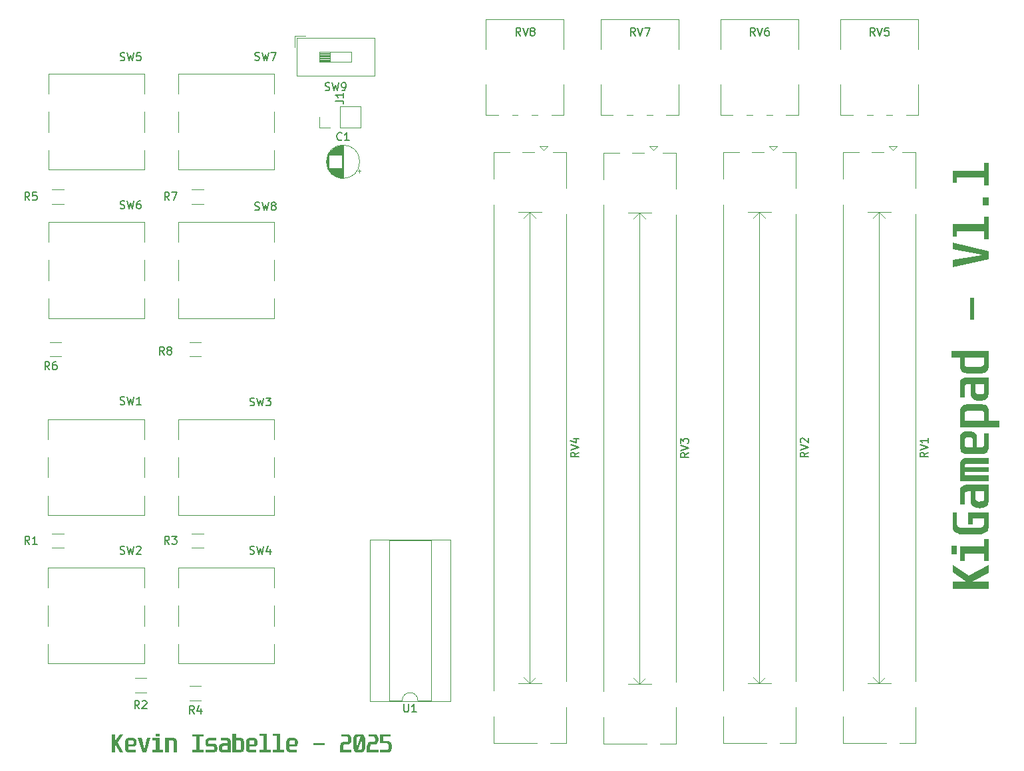
<source format=gbr>
%TF.GenerationSoftware,KiCad,Pcbnew,8.0.5*%
%TF.CreationDate,2025-03-05T22:35:12-05:00*%
%TF.ProjectId,gamepad,67616d65-7061-4642-9e6b-696361645f70,rev?*%
%TF.SameCoordinates,Original*%
%TF.FileFunction,Legend,Top*%
%TF.FilePolarity,Positive*%
%FSLAX46Y46*%
G04 Gerber Fmt 4.6, Leading zero omitted, Abs format (unit mm)*
G04 Created by KiCad (PCBNEW 8.0.5) date 2025-03-05 22:35:12*
%MOMM*%
%LPD*%
G01*
G04 APERTURE LIST*
%ADD10C,0.100000*%
%ADD11C,0.150000*%
%ADD12C,0.120000*%
G04 APERTURE END LIST*
D10*
G36*
X201765589Y-125902861D02*
G01*
X203505575Y-125902861D01*
X203505575Y-125840334D01*
X201765589Y-124675785D01*
X201765589Y-123770132D01*
X203801598Y-125120307D01*
X206330000Y-123780879D01*
X206330000Y-124749057D01*
X204230488Y-125835450D01*
X204236350Y-125902861D01*
X206330000Y-125902861D01*
X206330000Y-126786043D01*
X201765589Y-126786043D01*
X201765589Y-125902861D01*
G37*
G36*
X201578011Y-121341381D02*
G01*
X202265799Y-121341381D01*
X202265799Y-122371109D01*
X201578011Y-122371109D01*
X201578011Y-121341381D01*
G37*
G36*
X202703482Y-121419539D02*
G01*
X205764333Y-121419539D01*
X205764333Y-120440614D01*
X206330000Y-120440614D01*
X206330000Y-123287508D01*
X205764333Y-123287508D01*
X205764333Y-122291974D01*
X203269148Y-122291974D01*
X203269148Y-123287508D01*
X202703482Y-123287508D01*
X202703482Y-121419539D01*
G37*
G36*
X201765589Y-117100348D02*
G01*
X202331256Y-117100348D01*
X202331256Y-118630286D01*
X202387920Y-118793440D01*
X202537397Y-118920446D01*
X202724502Y-118997276D01*
X202755261Y-119005443D01*
X202955688Y-119034280D01*
X203014159Y-119035729D01*
X205086315Y-119035729D01*
X205284571Y-119018436D01*
X205338374Y-119007397D01*
X205524721Y-118942198D01*
X205555261Y-118926308D01*
X205707669Y-118796371D01*
X205764333Y-118630286D01*
X205764333Y-117836985D01*
X204329162Y-117836985D01*
X204329162Y-118591207D01*
X203763496Y-118591207D01*
X203763496Y-117031960D01*
X206330000Y-117031960D01*
X206330000Y-118996650D01*
X206302978Y-119195368D01*
X206234256Y-119354221D01*
X206111914Y-119510948D01*
X205971451Y-119626796D01*
X205789734Y-119726692D01*
X205592756Y-119797718D01*
X205578709Y-119801674D01*
X205374693Y-119843749D01*
X205173530Y-119861721D01*
X205093154Y-119863224D01*
X203020020Y-119863224D01*
X202810237Y-119852582D01*
X202612707Y-119820657D01*
X202525673Y-119798743D01*
X202337045Y-119732493D01*
X202160260Y-119641588D01*
X202128046Y-119620935D01*
X201976615Y-119496615D01*
X201862309Y-119348360D01*
X201784102Y-119158217D01*
X201765589Y-118996650D01*
X201765589Y-117100348D01*
G37*
G36*
X206330000Y-115712072D02*
G01*
X206300379Y-115914863D01*
X206245980Y-116041311D01*
X206122659Y-116204694D01*
X206012484Y-116300209D01*
X205838224Y-116402406D01*
X205658820Y-116469225D01*
X205458322Y-116511300D01*
X205256470Y-116527328D01*
X205211367Y-116527843D01*
X205010104Y-116516623D01*
X204806914Y-116479701D01*
X204767822Y-116469225D01*
X204573161Y-116397173D01*
X204405366Y-116300209D01*
X204252248Y-116164437D01*
X204163077Y-116041311D01*
X204090477Y-115853131D01*
X204076127Y-115712072D01*
X204076127Y-115098534D01*
X204641793Y-115098534D01*
X204653574Y-115301133D01*
X204669148Y-115385764D01*
X204760006Y-115563572D01*
X204923161Y-115653454D01*
X205120972Y-115677282D01*
X205164473Y-115677878D01*
X205368331Y-115669978D01*
X205574533Y-115634868D01*
X205743244Y-115529539D01*
X205764333Y-115453175D01*
X205764333Y-114395115D01*
X204641793Y-114395115D01*
X204641793Y-115098534D01*
X204076127Y-115098534D01*
X204076127Y-114389253D01*
X203756657Y-114389253D01*
X203552504Y-114401829D01*
X203367822Y-114465457D01*
X203275315Y-114641311D01*
X203269148Y-114727285D01*
X203269148Y-116072575D01*
X202703482Y-116072575D01*
X202703482Y-114456664D01*
X202711866Y-114259854D01*
X202742377Y-114066425D01*
X202754284Y-114020935D01*
X202835858Y-113842401D01*
X202933070Y-113731751D01*
X203104700Y-113624349D01*
X203277941Y-113568597D01*
X203473176Y-113535704D01*
X203685736Y-113520225D01*
X203824068Y-113517794D01*
X206330000Y-113517794D01*
X206330000Y-115712072D01*
G37*
G36*
X202703482Y-111032379D02*
G01*
X202713767Y-110824330D01*
X202750708Y-110621364D01*
X202757215Y-110598604D01*
X202841777Y-110417700D01*
X202940886Y-110306489D01*
X203114268Y-110199087D01*
X203286734Y-110143335D01*
X203495370Y-110108607D01*
X203706946Y-110094319D01*
X203824068Y-110092533D01*
X206330000Y-110092533D01*
X206330000Y-110851639D01*
X203881709Y-110851639D01*
X203678988Y-110858509D01*
X203580802Y-110869225D01*
X203394200Y-110927843D01*
X203297480Y-111035310D01*
X203269148Y-111195533D01*
X203269148Y-111330355D01*
X206330000Y-111330355D01*
X206330000Y-111921423D01*
X203269148Y-111921423D01*
X203269148Y-112321004D01*
X206330000Y-112321004D01*
X206330000Y-113108443D01*
X202703482Y-113108443D01*
X202703482Y-111032379D01*
G37*
G36*
X203980246Y-106713185D02*
G01*
X204184475Y-106738436D01*
X204380785Y-106790078D01*
X204570531Y-106888806D01*
X204586106Y-106900767D01*
X204724606Y-107056594D01*
X204800626Y-107236723D01*
X204828421Y-107430163D01*
X204829371Y-107477180D01*
X204829371Y-108777529D01*
X205148841Y-108777529D01*
X205350525Y-108771347D01*
X205473196Y-108757990D01*
X205656687Y-108690792D01*
X205660774Y-108687648D01*
X205744794Y-108549895D01*
X205764257Y-108348967D01*
X205764333Y-108333007D01*
X205764333Y-107016050D01*
X206330000Y-107016050D01*
X206330000Y-108726727D01*
X206318219Y-108929834D01*
X206275904Y-109127609D01*
X206268450Y-109149755D01*
X206173997Y-109325919D01*
X206067194Y-109436008D01*
X205895254Y-109538838D01*
X205702784Y-109602093D01*
X205500889Y-109636883D01*
X205302348Y-109652468D01*
X205142002Y-109655826D01*
X203885617Y-109655826D01*
X203672058Y-109649477D01*
X203466734Y-109628068D01*
X203331674Y-109602093D01*
X203138503Y-109538838D01*
X202966287Y-109436008D01*
X202834636Y-109290138D01*
X202766008Y-109149755D01*
X202719113Y-108956559D01*
X202703726Y-108757459D01*
X202703482Y-108726727D01*
X202703482Y-107831821D01*
X203269148Y-107831821D01*
X203269148Y-108434612D01*
X203298457Y-108603628D01*
X203398108Y-108710118D01*
X203586664Y-108763852D01*
X203789797Y-108776447D01*
X203886594Y-108777529D01*
X204329162Y-108777529D01*
X204329162Y-107831821D01*
X204311577Y-107677459D01*
X204236350Y-107573900D01*
X204070265Y-107517236D01*
X203867482Y-107500750D01*
X203782058Y-107499651D01*
X203584087Y-107505962D01*
X203505575Y-107514305D01*
X203351214Y-107565108D01*
X203283803Y-107666713D01*
X203269148Y-107831821D01*
X202703482Y-107831821D01*
X202703482Y-107477180D01*
X202728669Y-107270356D01*
X202814559Y-107075688D01*
X202945534Y-106928570D01*
X202961402Y-106915422D01*
X203130516Y-106814357D01*
X203321194Y-106752288D01*
X203519192Y-106719417D01*
X203746268Y-106706554D01*
X203781081Y-106706350D01*
X203980246Y-106713185D01*
G37*
G36*
X205340335Y-103264842D02*
G01*
X205550628Y-103284992D01*
X205702784Y-103313328D01*
X205895254Y-103375882D01*
X206067194Y-103478436D01*
X206199154Y-103626470D01*
X206268450Y-103771528D01*
X206314612Y-103969609D01*
X206329759Y-104172983D01*
X206330000Y-104204326D01*
X206330000Y-105403070D01*
X207705575Y-105403070D01*
X207705575Y-106269644D01*
X202703482Y-106269644D01*
X202703482Y-104795394D01*
X203269148Y-104795394D01*
X203269148Y-105403070D01*
X205764333Y-105403070D01*
X205764333Y-104479832D01*
X205738932Y-104317655D01*
X205649050Y-104210188D01*
X205473196Y-104154501D01*
X205270779Y-104138014D01*
X205186943Y-104136915D01*
X203800621Y-104136915D01*
X203602035Y-104146903D01*
X203500690Y-104165247D01*
X203342421Y-104266852D01*
X203282372Y-104453068D01*
X203280872Y-104469085D01*
X203270533Y-104667798D01*
X203269148Y-104795394D01*
X202703482Y-104795394D01*
X202703482Y-104204326D01*
X202714889Y-104004959D01*
X202755860Y-103805962D01*
X202763077Y-103783251D01*
X202855160Y-103600630D01*
X202961402Y-103487229D01*
X203133683Y-103381561D01*
X203328743Y-103316259D01*
X203531904Y-103279571D01*
X203731011Y-103263136D01*
X203891479Y-103259595D01*
X205142002Y-103259595D01*
X205340335Y-103264842D01*
G37*
G36*
X206330000Y-102034473D02*
G01*
X206300379Y-102237264D01*
X206245980Y-102363712D01*
X206122659Y-102527094D01*
X206012484Y-102622609D01*
X205838224Y-102724807D01*
X205658820Y-102791625D01*
X205458322Y-102833700D01*
X205256470Y-102849729D01*
X205211367Y-102850244D01*
X205010104Y-102839024D01*
X204806914Y-102802101D01*
X204767822Y-102791625D01*
X204573161Y-102719574D01*
X204405366Y-102622609D01*
X204252248Y-102486837D01*
X204163077Y-102363712D01*
X204090477Y-102175531D01*
X204076127Y-102034473D01*
X204076127Y-101420935D01*
X204641793Y-101420935D01*
X204653574Y-101623534D01*
X204669148Y-101708164D01*
X204760006Y-101885973D01*
X204923161Y-101975854D01*
X205120972Y-101999682D01*
X205164473Y-102000279D01*
X205368331Y-101992379D01*
X205574533Y-101957269D01*
X205743244Y-101851939D01*
X205764333Y-101775575D01*
X205764333Y-100717515D01*
X204641793Y-100717515D01*
X204641793Y-101420935D01*
X204076127Y-101420935D01*
X204076127Y-100711653D01*
X203756657Y-100711653D01*
X203552504Y-100724230D01*
X203367822Y-100787857D01*
X203275315Y-100963712D01*
X203269148Y-101049685D01*
X203269148Y-102394975D01*
X202703482Y-102394975D01*
X202703482Y-100779064D01*
X202711866Y-100582254D01*
X202742377Y-100388825D01*
X202754284Y-100343335D01*
X202835858Y-100164801D01*
X202933070Y-100054152D01*
X203104700Y-99946750D01*
X203277941Y-99890997D01*
X203473176Y-99858105D01*
X203685736Y-99842626D01*
X203824068Y-99840195D01*
X206330000Y-99840195D01*
X206330000Y-102034473D01*
G37*
G36*
X206330000Y-98440195D02*
G01*
X206316536Y-98643863D01*
X206268176Y-98843654D01*
X206259658Y-98866154D01*
X206160996Y-99035840D01*
X206035931Y-99155338D01*
X205861542Y-99253035D01*
X205672887Y-99314477D01*
X205643189Y-99321423D01*
X205448466Y-99354167D01*
X205245832Y-99370906D01*
X205062868Y-99375157D01*
X203970614Y-99375157D01*
X203768369Y-99369909D01*
X203568160Y-99352015D01*
X203391270Y-99321423D01*
X203197138Y-99263186D01*
X203016948Y-99169153D01*
X202997550Y-99155338D01*
X202858778Y-99017766D01*
X202774801Y-98866154D01*
X202721311Y-98670760D01*
X202703760Y-98470939D01*
X202703482Y-98440195D01*
X202703482Y-98164689D01*
X203269148Y-98164689D01*
X203294549Y-98327843D01*
X203391270Y-98438241D01*
X203580802Y-98499790D01*
X203775670Y-98517421D01*
X203885617Y-98519330D01*
X204746329Y-98519330D01*
X204944757Y-98516563D01*
X205147357Y-98505938D01*
X205286594Y-98490997D01*
X205482542Y-98445832D01*
X205594340Y-98392323D01*
X205721440Y-98236063D01*
X205733070Y-98198883D01*
X205761280Y-97996417D01*
X205764333Y-97883321D01*
X205764333Y-97343056D01*
X203269148Y-97343056D01*
X203269148Y-98164689D01*
X202703482Y-98164689D01*
X202703482Y-97343056D01*
X201578011Y-97343056D01*
X201578011Y-96470621D01*
X206330000Y-96470621D01*
X206330000Y-98440195D01*
G37*
G36*
X203951074Y-89688485D02*
G01*
X204516741Y-89688485D01*
X204516741Y-92490439D01*
X203951074Y-92490439D01*
X203951074Y-89688485D01*
G37*
G36*
X201765589Y-84920865D02*
G01*
X205392107Y-84301465D01*
X205392107Y-84211584D01*
X201765589Y-83508164D01*
X201765589Y-82709002D01*
X206330000Y-83755338D01*
X206330000Y-84825122D01*
X201765589Y-85787438D01*
X201765589Y-84920865D01*
G37*
G36*
X201765589Y-80358408D02*
G01*
X205764333Y-80358408D01*
X205764333Y-79396092D01*
X206330000Y-79396092D01*
X206330000Y-82266434D01*
X205764333Y-82266434D01*
X205764333Y-81224982D01*
X202331256Y-81224982D01*
X202331256Y-81895184D01*
X201765589Y-81895184D01*
X201765589Y-80358408D01*
G37*
G36*
X205579685Y-76894068D02*
G01*
X206330000Y-76894068D01*
X206330000Y-77923796D01*
X205579685Y-77923796D01*
X205579685Y-76894068D01*
G37*
G36*
X201765589Y-73519609D02*
G01*
X205764333Y-73519609D01*
X205764333Y-72557292D01*
X206330000Y-72557292D01*
X206330000Y-75427634D01*
X205764333Y-75427634D01*
X205764333Y-74386182D01*
X202331256Y-74386182D01*
X202331256Y-75056385D01*
X201765589Y-75056385D01*
X201765589Y-73519609D01*
G37*
G36*
X95163569Y-145332794D02*
G01*
X95163569Y-146202787D01*
X95194832Y-146202787D01*
X95777107Y-145332794D01*
X96229933Y-145332794D01*
X95554846Y-146350799D01*
X96224560Y-147615000D01*
X95740471Y-147615000D01*
X95197274Y-146565244D01*
X95163569Y-146568175D01*
X95163569Y-147615000D01*
X94721978Y-147615000D01*
X94721978Y-145332794D01*
X95163569Y-145332794D01*
G37*
G36*
X97641021Y-145814334D02*
G01*
X97738356Y-145857279D01*
X97811915Y-145922767D01*
X97818489Y-145930701D01*
X97869021Y-146015258D01*
X97900055Y-146110597D01*
X97916491Y-146209596D01*
X97922923Y-146323134D01*
X97923025Y-146340540D01*
X97919607Y-146440123D01*
X97906981Y-146542237D01*
X97881160Y-146640392D01*
X97831797Y-146735265D01*
X97825816Y-146743053D01*
X97747903Y-146812303D01*
X97657838Y-146850313D01*
X97561118Y-146864210D01*
X97537609Y-146864685D01*
X96887435Y-146864685D01*
X96887435Y-147024420D01*
X96890526Y-147125262D01*
X96897205Y-147186598D01*
X96930803Y-147278343D01*
X96932376Y-147280387D01*
X97001252Y-147322397D01*
X97101716Y-147332128D01*
X97109696Y-147332166D01*
X97768175Y-147332166D01*
X97768175Y-147615000D01*
X96912836Y-147615000D01*
X96811283Y-147609109D01*
X96712395Y-147587952D01*
X96701322Y-147584225D01*
X96613240Y-147536998D01*
X96558196Y-147483597D01*
X96506781Y-147397627D01*
X96475153Y-147301392D01*
X96457758Y-147200444D01*
X96449965Y-147101174D01*
X96448286Y-147021001D01*
X96448286Y-146393297D01*
X96887435Y-146393297D01*
X96887435Y-146614581D01*
X97360289Y-146614581D01*
X97437470Y-146605788D01*
X97489249Y-146568175D01*
X97517581Y-146485132D01*
X97525825Y-146383741D01*
X97526374Y-146341029D01*
X97523219Y-146242043D01*
X97519047Y-146202787D01*
X97493646Y-146125607D01*
X97442843Y-146091901D01*
X97360289Y-146084574D01*
X97058893Y-146084574D01*
X96974385Y-146099228D01*
X96921140Y-146149054D01*
X96894274Y-146243332D01*
X96887976Y-146344898D01*
X96887435Y-146393297D01*
X96448286Y-146393297D01*
X96448286Y-146392808D01*
X96451461Y-146286029D01*
X96462166Y-146183367D01*
X96475153Y-146115837D01*
X96506781Y-146019251D01*
X96558196Y-145933143D01*
X96631131Y-145867318D01*
X96701322Y-145833004D01*
X96797920Y-145809556D01*
X96897470Y-145801863D01*
X96912836Y-145801741D01*
X97537609Y-145801741D01*
X97641021Y-145814334D01*
G37*
G36*
X98538028Y-145801741D02*
G01*
X98886807Y-147177316D01*
X98900973Y-147177316D01*
X99249752Y-145801741D01*
X99697205Y-145801741D01*
X99174036Y-147615000D01*
X98619605Y-147615000D01*
X98093506Y-145801741D01*
X98538028Y-145801741D01*
G37*
G36*
X100863709Y-145239005D02*
G01*
X100863709Y-145582899D01*
X100348845Y-145582899D01*
X100348845Y-145239005D01*
X100863709Y-145239005D01*
G37*
G36*
X100824630Y-145801741D02*
G01*
X100824630Y-147332166D01*
X101314092Y-147332166D01*
X101314092Y-147615000D01*
X99890645Y-147615000D01*
X99890645Y-147332166D01*
X100388412Y-147332166D01*
X100388412Y-146084574D01*
X99890645Y-146084574D01*
X99890645Y-145801741D01*
X100824630Y-145801741D01*
G37*
G36*
X102582201Y-145801741D02*
G01*
X102685611Y-145806603D01*
X102785934Y-145824066D01*
X102797135Y-145827142D01*
X102886333Y-145867929D01*
X102940750Y-145916535D01*
X102993025Y-146002350D01*
X103020861Y-146088970D01*
X103037308Y-146186588D01*
X103045047Y-146292868D01*
X103046263Y-146362034D01*
X103046263Y-147615000D01*
X102615907Y-147615000D01*
X102615907Y-146390854D01*
X102612472Y-146289494D01*
X102607114Y-146240401D01*
X102577805Y-146147100D01*
X102524071Y-146098740D01*
X102446891Y-146084574D01*
X102013604Y-146084574D01*
X102013604Y-147615000D01*
X101577386Y-147615000D01*
X101577386Y-145801741D01*
X102582201Y-145801741D01*
G37*
G36*
X106429026Y-145332794D02*
G01*
X106429026Y-145615628D01*
X105953729Y-145615628D01*
X105953729Y-147332166D01*
X106429026Y-147332166D01*
X106429026Y-147615000D01*
X105033422Y-147615000D01*
X105033422Y-147332166D01*
X105514581Y-147332166D01*
X105514581Y-145615628D01*
X105033422Y-145615628D01*
X105033422Y-145332794D01*
X106429026Y-145332794D01*
G37*
G36*
X108079619Y-145801741D02*
G01*
X108079619Y-146084574D01*
X107215976Y-146084574D01*
X107121165Y-146114389D01*
X107101671Y-146133422D01*
X107065917Y-146228251D01*
X107061127Y-146302438D01*
X107073375Y-146407990D01*
X107127815Y-146494990D01*
X107215976Y-146520792D01*
X107809487Y-146520792D01*
X107910088Y-146533775D01*
X107978503Y-146561824D01*
X108057420Y-146620131D01*
X108102090Y-146671734D01*
X108151669Y-146757411D01*
X108179759Y-146835376D01*
X108199909Y-146933562D01*
X108206599Y-147032709D01*
X108206625Y-147039563D01*
X108202950Y-147137835D01*
X108189373Y-147241589D01*
X108161606Y-147345797D01*
X108120771Y-147434678D01*
X108102090Y-147464057D01*
X108035564Y-147537023D01*
X107942886Y-147590088D01*
X107842589Y-147612641D01*
X107792878Y-147615000D01*
X106740680Y-147615000D01*
X106740680Y-147332166D01*
X107700066Y-147332166D01*
X107785646Y-147284940D01*
X107789947Y-147278433D01*
X107819670Y-147182242D01*
X107823653Y-147111371D01*
X107815226Y-147013674D01*
X107789947Y-146947240D01*
X107703555Y-146895999D01*
X107700066Y-146895949D01*
X107083597Y-146895949D01*
X106983192Y-146884230D01*
X106906277Y-146854427D01*
X106825664Y-146793003D01*
X106781224Y-146737679D01*
X106735559Y-146650549D01*
X106706486Y-146560847D01*
X106688604Y-146461242D01*
X106681792Y-146362079D01*
X106681573Y-146340052D01*
X106686669Y-146234631D01*
X106704972Y-146127088D01*
X106736586Y-146033345D01*
X106788063Y-145944378D01*
X106857357Y-145875428D01*
X106944890Y-145829042D01*
X107050660Y-145805223D01*
X107117302Y-145801741D01*
X108079619Y-145801741D01*
G37*
G36*
X109533572Y-145805933D02*
G01*
X109630286Y-145821188D01*
X109653032Y-145827142D01*
X109742299Y-145867929D01*
X109797623Y-145916535D01*
X109851324Y-146002350D01*
X109879200Y-146088970D01*
X109895647Y-146186588D01*
X109903386Y-146292868D01*
X109904602Y-146362034D01*
X109904602Y-147615000D01*
X108807463Y-147615000D01*
X108706067Y-147600189D01*
X108642843Y-147572990D01*
X108561152Y-147511329D01*
X108513394Y-147456242D01*
X108462296Y-147369112D01*
X108428886Y-147279410D01*
X108407849Y-147179161D01*
X108399835Y-147078235D01*
X108399577Y-147055683D01*
X108400884Y-147032236D01*
X108824560Y-147032236D01*
X108828510Y-147134165D01*
X108846065Y-147237266D01*
X108898730Y-147321622D01*
X108936912Y-147332166D01*
X109465942Y-147332166D01*
X109465942Y-146770896D01*
X109114232Y-146770896D01*
X109012932Y-146776787D01*
X108970617Y-146784574D01*
X108881713Y-146830003D01*
X108836772Y-146911580D01*
X108824858Y-147010486D01*
X108824560Y-147032236D01*
X108400884Y-147032236D01*
X108405187Y-146955052D01*
X108423649Y-146853457D01*
X108428886Y-146833911D01*
X108464912Y-146736580D01*
X108513394Y-146652683D01*
X108581281Y-146576124D01*
X108642843Y-146531538D01*
X108736933Y-146495238D01*
X108807463Y-146488063D01*
X109468872Y-146488063D01*
X109468872Y-146328328D01*
X109462584Y-146226252D01*
X109430771Y-146133911D01*
X109342843Y-146087657D01*
X109299856Y-146084574D01*
X108627212Y-146084574D01*
X108627212Y-145801741D01*
X109435167Y-145801741D01*
X109533572Y-145805933D01*
G37*
G36*
X110567965Y-145801741D02*
G01*
X111127770Y-145801741D01*
X111230579Y-145808917D01*
X111331360Y-145834692D01*
X111423426Y-145886096D01*
X111486318Y-145951706D01*
X111533763Y-146038168D01*
X111564157Y-146132655D01*
X111584172Y-146244721D01*
X111593068Y-146354767D01*
X111594762Y-146435307D01*
X111594762Y-146981434D01*
X111592115Y-147081211D01*
X111581948Y-147189105D01*
X111560450Y-147298659D01*
X111523172Y-147402340D01*
X111486318Y-147465034D01*
X111414311Y-147537527D01*
X111319737Y-147586295D01*
X111216728Y-147609727D01*
X111127770Y-147615000D01*
X110128817Y-147615000D01*
X110128817Y-147332166D01*
X110567965Y-147332166D01*
X110877177Y-147332166D01*
X110977845Y-147328590D01*
X111019326Y-147323862D01*
X111105300Y-147284295D01*
X111146588Y-147194841D01*
X111147309Y-147190994D01*
X111157217Y-147088312D01*
X111158545Y-147018070D01*
X111158545Y-146392808D01*
X111155617Y-146294068D01*
X111150240Y-146240401D01*
X111121908Y-146145635D01*
X111068663Y-146097274D01*
X110987086Y-146084574D01*
X110567965Y-146084574D01*
X110567965Y-147332166D01*
X110128817Y-147332166D01*
X110128817Y-145239005D01*
X110567965Y-145239005D01*
X110567965Y-145801741D01*
G37*
G36*
X113028321Y-145814334D02*
G01*
X113125655Y-145857279D01*
X113199214Y-145922767D01*
X113205788Y-145930701D01*
X113256321Y-146015258D01*
X113287355Y-146110597D01*
X113303790Y-146209596D01*
X113310222Y-146323134D01*
X113310324Y-146340540D01*
X113306907Y-146440123D01*
X113294281Y-146542237D01*
X113268460Y-146640392D01*
X113219096Y-146735265D01*
X113213115Y-146743053D01*
X113135202Y-146812303D01*
X113045137Y-146850313D01*
X112948417Y-146864210D01*
X112924909Y-146864685D01*
X112274734Y-146864685D01*
X112274734Y-147024420D01*
X112277826Y-147125262D01*
X112284504Y-147186598D01*
X112318103Y-147278343D01*
X112319675Y-147280387D01*
X112388551Y-147322397D01*
X112489015Y-147332128D01*
X112496995Y-147332166D01*
X113155474Y-147332166D01*
X113155474Y-147615000D01*
X112300136Y-147615000D01*
X112198582Y-147609109D01*
X112099694Y-147587952D01*
X112088621Y-147584225D01*
X112000539Y-147536998D01*
X111945495Y-147483597D01*
X111894080Y-147397627D01*
X111862452Y-147301392D01*
X111845057Y-147200444D01*
X111837265Y-147101174D01*
X111835586Y-147021001D01*
X111835586Y-146393297D01*
X112274734Y-146393297D01*
X112274734Y-146614581D01*
X112747588Y-146614581D01*
X112824769Y-146605788D01*
X112876549Y-146568175D01*
X112904881Y-146485132D01*
X112913124Y-146383741D01*
X112913674Y-146341029D01*
X112910518Y-146242043D01*
X112906346Y-146202787D01*
X112880945Y-146125607D01*
X112830143Y-146091901D01*
X112747588Y-146084574D01*
X112446193Y-146084574D01*
X112361685Y-146099228D01*
X112308440Y-146149054D01*
X112281573Y-146243332D01*
X112275275Y-146344898D01*
X112274734Y-146393297D01*
X111835586Y-146393297D01*
X111835586Y-146392808D01*
X111838760Y-146286029D01*
X111849465Y-146183367D01*
X111862452Y-146115837D01*
X111894080Y-146019251D01*
X111945495Y-145933143D01*
X112018430Y-145867318D01*
X112088621Y-145833004D01*
X112185219Y-145809556D01*
X112284769Y-145801863D01*
X112300136Y-145801741D01*
X112924909Y-145801741D01*
X113028321Y-145814334D01*
G37*
G36*
X114493925Y-145239005D02*
G01*
X114493925Y-147332166D01*
X114994623Y-147332166D01*
X114994623Y-147615000D01*
X113568244Y-147615000D01*
X113568244Y-147332166D01*
X114057707Y-147332166D01*
X114057707Y-145521838D01*
X113568244Y-145521838D01*
X113568244Y-145239005D01*
X114493925Y-145239005D01*
G37*
G36*
X116203625Y-145239005D02*
G01*
X116203625Y-147332166D01*
X116704323Y-147332166D01*
X116704323Y-147615000D01*
X115277944Y-147615000D01*
X115277944Y-147332166D01*
X115767407Y-147332166D01*
X115767407Y-145521838D01*
X115277944Y-145521838D01*
X115277944Y-145239005D01*
X116203625Y-145239005D01*
G37*
G36*
X118157421Y-145814334D02*
G01*
X118254755Y-145857279D01*
X118328314Y-145922767D01*
X118334888Y-145930701D01*
X118385420Y-146015258D01*
X118416454Y-146110597D01*
X118432890Y-146209596D01*
X118439322Y-146323134D01*
X118439424Y-146340540D01*
X118436006Y-146440123D01*
X118423381Y-146542237D01*
X118397560Y-146640392D01*
X118348196Y-146735265D01*
X118342215Y-146743053D01*
X118264302Y-146812303D01*
X118174237Y-146850313D01*
X118077517Y-146864210D01*
X118054009Y-146864685D01*
X117403834Y-146864685D01*
X117403834Y-147024420D01*
X117406925Y-147125262D01*
X117413604Y-147186598D01*
X117447202Y-147278343D01*
X117448775Y-147280387D01*
X117517651Y-147322397D01*
X117618115Y-147332128D01*
X117626095Y-147332166D01*
X118284574Y-147332166D01*
X118284574Y-147615000D01*
X117429235Y-147615000D01*
X117327682Y-147609109D01*
X117228794Y-147587952D01*
X117217721Y-147584225D01*
X117129639Y-147536998D01*
X117074595Y-147483597D01*
X117023180Y-147397627D01*
X116991552Y-147301392D01*
X116974157Y-147200444D01*
X116966365Y-147101174D01*
X116964685Y-147021001D01*
X116964685Y-146393297D01*
X117403834Y-146393297D01*
X117403834Y-146614581D01*
X117876688Y-146614581D01*
X117953869Y-146605788D01*
X118005648Y-146568175D01*
X118033981Y-146485132D01*
X118042224Y-146383741D01*
X118042773Y-146341029D01*
X118039618Y-146242043D01*
X118035446Y-146202787D01*
X118010045Y-146125607D01*
X117959242Y-146091901D01*
X117876688Y-146084574D01*
X117575293Y-146084574D01*
X117490785Y-146099228D01*
X117437540Y-146149054D01*
X117410673Y-146243332D01*
X117404375Y-146344898D01*
X117403834Y-146393297D01*
X116964685Y-146393297D01*
X116964685Y-146392808D01*
X116967860Y-146286029D01*
X116978565Y-146183367D01*
X116991552Y-146115837D01*
X117023180Y-146019251D01*
X117074595Y-145933143D01*
X117147530Y-145867318D01*
X117217721Y-145833004D01*
X117314319Y-145809556D01*
X117413869Y-145801863D01*
X117429235Y-145801741D01*
X118054009Y-145801741D01*
X118157421Y-145814334D01*
G37*
G36*
X121819256Y-146425537D02*
G01*
X121819256Y-146708370D01*
X120418279Y-146708370D01*
X120418279Y-146425537D01*
X121819256Y-146425537D01*
G37*
G36*
X124836144Y-145332794D02*
G01*
X124933459Y-145346719D01*
X125011999Y-145382131D01*
X125091157Y-145445305D01*
X125150240Y-145518907D01*
X125198376Y-145606649D01*
X125232650Y-145699774D01*
X125238656Y-145721140D01*
X125258582Y-145817629D01*
X125268349Y-145919761D01*
X125269431Y-145968803D01*
X125264352Y-146072820D01*
X125249115Y-146170549D01*
X125238656Y-146213534D01*
X125206773Y-146306232D01*
X125161614Y-146393100D01*
X125151217Y-146408928D01*
X125084775Y-146486821D01*
X125014930Y-146538377D01*
X124918931Y-146575901D01*
X124836144Y-146584783D01*
X124405788Y-146584783D01*
X124313825Y-146617937D01*
X124260180Y-146704469D01*
X124237530Y-146808905D01*
X124231399Y-146924281D01*
X124231399Y-147332166D01*
X125278224Y-147332166D01*
X125278224Y-147615000D01*
X123803485Y-147615000D01*
X123803485Y-146927212D01*
X123808161Y-146822320D01*
X123822189Y-146723555D01*
X123831817Y-146680038D01*
X123861657Y-146585577D01*
X123904834Y-146497650D01*
X123914860Y-146481713D01*
X123979331Y-146403025D01*
X124046751Y-146350310D01*
X124141548Y-146311206D01*
X124225537Y-146301950D01*
X124650519Y-146301950D01*
X124747302Y-146267680D01*
X124798042Y-146204741D01*
X124835776Y-146109813D01*
X124851893Y-146004754D01*
X124853241Y-145960010D01*
X124845479Y-145856833D01*
X124819550Y-145760251D01*
X124798042Y-145714790D01*
X124733806Y-145640418D01*
X124650519Y-145615628D01*
X124014511Y-145615628D01*
X124014511Y-145332794D01*
X124836144Y-145332794D01*
G37*
G36*
X126657474Y-145348096D02*
G01*
X126730003Y-145381154D01*
X126809161Y-145442496D01*
X126868244Y-145514023D01*
X126916702Y-145599796D01*
X126951858Y-145691666D01*
X126958126Y-145712836D01*
X126979000Y-145808773D01*
X126989232Y-145910837D01*
X126990366Y-145960010D01*
X126990366Y-146996577D01*
X126985287Y-147097431D01*
X126968457Y-147200815D01*
X126959591Y-147236423D01*
X126927521Y-147329829D01*
X126881747Y-147418078D01*
X126871175Y-147434260D01*
X126807794Y-147509731D01*
X126732934Y-147567128D01*
X126637862Y-147605837D01*
X126557079Y-147615000D01*
X125941099Y-147615000D01*
X125841496Y-147601489D01*
X125762313Y-147567128D01*
X125683950Y-147505543D01*
X125626025Y-147434260D01*
X125578512Y-147348458D01*
X125572329Y-147332166D01*
X126098879Y-147332166D01*
X126402718Y-147332166D01*
X126486737Y-147304323D01*
X126552683Y-147230561D01*
X126591098Y-147139733D01*
X126595181Y-147125048D01*
X126610064Y-147026993D01*
X126610812Y-146998042D01*
X126610812Y-145920443D01*
X126098879Y-147332166D01*
X125572329Y-147332166D01*
X125541304Y-147250419D01*
X125537121Y-147236423D01*
X125515082Y-147134976D01*
X125505668Y-147035920D01*
X125504881Y-146996577D01*
X125504881Y-145960010D01*
X125504980Y-145958056D01*
X125890296Y-145958056D01*
X125890296Y-147064965D01*
X126411022Y-145615628D01*
X126093018Y-145615628D01*
X126008510Y-145643960D01*
X125945006Y-145719187D01*
X125908195Y-145812739D01*
X125904462Y-145828119D01*
X125890974Y-145928630D01*
X125890296Y-145958056D01*
X125504980Y-145958056D01*
X125510202Y-145855118D01*
X125526164Y-145756353D01*
X125537121Y-145712836D01*
X125570527Y-145618522D01*
X125616902Y-145530130D01*
X125627491Y-145514023D01*
X125690750Y-145438307D01*
X125765244Y-145381154D01*
X125860315Y-145342051D01*
X125941099Y-145332794D01*
X126557079Y-145332794D01*
X126657474Y-145348096D01*
G37*
G36*
X128255544Y-145332794D02*
G01*
X128352859Y-145346719D01*
X128431399Y-145382131D01*
X128510557Y-145445305D01*
X128569640Y-145518907D01*
X128617776Y-145606649D01*
X128652050Y-145699774D01*
X128658056Y-145721140D01*
X128677981Y-145817629D01*
X128687749Y-145919761D01*
X128688831Y-145968803D01*
X128683752Y-146072820D01*
X128668515Y-146170549D01*
X128658056Y-146213534D01*
X128626173Y-146306232D01*
X128581014Y-146393100D01*
X128570617Y-146408928D01*
X128504175Y-146486821D01*
X128434330Y-146538377D01*
X128338331Y-146575901D01*
X128255544Y-146584783D01*
X127825188Y-146584783D01*
X127733225Y-146617937D01*
X127679580Y-146704469D01*
X127656929Y-146808905D01*
X127650799Y-146924281D01*
X127650799Y-147332166D01*
X128697623Y-147332166D01*
X128697623Y-147615000D01*
X127222885Y-147615000D01*
X127222885Y-146927212D01*
X127227561Y-146822320D01*
X127241589Y-146723555D01*
X127251217Y-146680038D01*
X127281057Y-146585577D01*
X127324233Y-146497650D01*
X127334260Y-146481713D01*
X127398731Y-146403025D01*
X127466151Y-146350310D01*
X127560948Y-146311206D01*
X127644937Y-146301950D01*
X128069919Y-146301950D01*
X128166701Y-146267680D01*
X128217442Y-146204741D01*
X128255176Y-146109813D01*
X128271293Y-146004754D01*
X128272641Y-145960010D01*
X128264878Y-145856833D01*
X128238950Y-145760251D01*
X128217442Y-145714790D01*
X128153206Y-145640418D01*
X128069919Y-145615628D01*
X127433911Y-145615628D01*
X127433911Y-145332794D01*
X128255544Y-145332794D01*
G37*
G36*
X130238307Y-145332794D02*
G01*
X130238307Y-145615628D01*
X129343401Y-145615628D01*
X129343401Y-146206695D01*
X129985272Y-146206695D01*
X130084079Y-146221860D01*
X130162103Y-146260429D01*
X130239291Y-146327341D01*
X130295949Y-146403555D01*
X130341658Y-146494366D01*
X130374249Y-146590937D01*
X130379968Y-146613115D01*
X130399261Y-146711651D01*
X130408718Y-146813572D01*
X130409766Y-146861755D01*
X130405026Y-146966649D01*
X130390806Y-147070307D01*
X130376060Y-147138726D01*
X130347209Y-147236614D01*
X130307892Y-147332892D01*
X130283248Y-147380526D01*
X130226948Y-147464756D01*
X130156459Y-147537986D01*
X130141099Y-147550519D01*
X130055003Y-147598879D01*
X129962801Y-147615000D01*
X128924281Y-147615000D01*
X128924281Y-147332166D01*
X129776688Y-147332166D01*
X129866570Y-147291622D01*
X129922482Y-147208969D01*
X129933004Y-147185132D01*
X129963217Y-147091005D01*
X129975013Y-147035655D01*
X129988065Y-146934849D01*
X129990645Y-146864685D01*
X129986256Y-146762008D01*
X129969404Y-146658693D01*
X129945704Y-146589180D01*
X129883617Y-146511424D01*
X129805020Y-146489528D01*
X128924281Y-146489528D01*
X128924281Y-145332794D01*
X130238307Y-145332794D01*
G37*
D11*
X102068333Y-77289819D02*
X101735000Y-76813628D01*
X101496905Y-77289819D02*
X101496905Y-76289819D01*
X101496905Y-76289819D02*
X101877857Y-76289819D01*
X101877857Y-76289819D02*
X101973095Y-76337438D01*
X101973095Y-76337438D02*
X102020714Y-76385057D01*
X102020714Y-76385057D02*
X102068333Y-76480295D01*
X102068333Y-76480295D02*
X102068333Y-76623152D01*
X102068333Y-76623152D02*
X102020714Y-76718390D01*
X102020714Y-76718390D02*
X101973095Y-76766009D01*
X101973095Y-76766009D02*
X101877857Y-76813628D01*
X101877857Y-76813628D02*
X101496905Y-76813628D01*
X102401667Y-76289819D02*
X103068333Y-76289819D01*
X103068333Y-76289819D02*
X102639762Y-77289819D01*
X95821667Y-78312200D02*
X95964524Y-78359819D01*
X95964524Y-78359819D02*
X96202619Y-78359819D01*
X96202619Y-78359819D02*
X96297857Y-78312200D01*
X96297857Y-78312200D02*
X96345476Y-78264580D01*
X96345476Y-78264580D02*
X96393095Y-78169342D01*
X96393095Y-78169342D02*
X96393095Y-78074104D01*
X96393095Y-78074104D02*
X96345476Y-77978866D01*
X96345476Y-77978866D02*
X96297857Y-77931247D01*
X96297857Y-77931247D02*
X96202619Y-77883628D01*
X96202619Y-77883628D02*
X96012143Y-77836009D01*
X96012143Y-77836009D02*
X95916905Y-77788390D01*
X95916905Y-77788390D02*
X95869286Y-77740771D01*
X95869286Y-77740771D02*
X95821667Y-77645533D01*
X95821667Y-77645533D02*
X95821667Y-77550295D01*
X95821667Y-77550295D02*
X95869286Y-77455057D01*
X95869286Y-77455057D02*
X95916905Y-77407438D01*
X95916905Y-77407438D02*
X96012143Y-77359819D01*
X96012143Y-77359819D02*
X96250238Y-77359819D01*
X96250238Y-77359819D02*
X96393095Y-77407438D01*
X96726429Y-77359819D02*
X96964524Y-78359819D01*
X96964524Y-78359819D02*
X97155000Y-77645533D01*
X97155000Y-77645533D02*
X97345476Y-78359819D01*
X97345476Y-78359819D02*
X97583572Y-77359819D01*
X98393095Y-77359819D02*
X98202619Y-77359819D01*
X98202619Y-77359819D02*
X98107381Y-77407438D01*
X98107381Y-77407438D02*
X98059762Y-77455057D01*
X98059762Y-77455057D02*
X97964524Y-77597914D01*
X97964524Y-77597914D02*
X97916905Y-77788390D01*
X97916905Y-77788390D02*
X97916905Y-78169342D01*
X97916905Y-78169342D02*
X97964524Y-78264580D01*
X97964524Y-78264580D02*
X98012143Y-78312200D01*
X98012143Y-78312200D02*
X98107381Y-78359819D01*
X98107381Y-78359819D02*
X98297857Y-78359819D01*
X98297857Y-78359819D02*
X98393095Y-78312200D01*
X98393095Y-78312200D02*
X98440714Y-78264580D01*
X98440714Y-78264580D02*
X98488333Y-78169342D01*
X98488333Y-78169342D02*
X98488333Y-77931247D01*
X98488333Y-77931247D02*
X98440714Y-77836009D01*
X98440714Y-77836009D02*
X98393095Y-77788390D01*
X98393095Y-77788390D02*
X98297857Y-77740771D01*
X98297857Y-77740771D02*
X98107381Y-77740771D01*
X98107381Y-77740771D02*
X98012143Y-77788390D01*
X98012143Y-77788390D02*
X97964524Y-77836009D01*
X97964524Y-77836009D02*
X97916905Y-77931247D01*
X95821667Y-59462200D02*
X95964524Y-59509819D01*
X95964524Y-59509819D02*
X96202619Y-59509819D01*
X96202619Y-59509819D02*
X96297857Y-59462200D01*
X96297857Y-59462200D02*
X96345476Y-59414580D01*
X96345476Y-59414580D02*
X96393095Y-59319342D01*
X96393095Y-59319342D02*
X96393095Y-59224104D01*
X96393095Y-59224104D02*
X96345476Y-59128866D01*
X96345476Y-59128866D02*
X96297857Y-59081247D01*
X96297857Y-59081247D02*
X96202619Y-59033628D01*
X96202619Y-59033628D02*
X96012143Y-58986009D01*
X96012143Y-58986009D02*
X95916905Y-58938390D01*
X95916905Y-58938390D02*
X95869286Y-58890771D01*
X95869286Y-58890771D02*
X95821667Y-58795533D01*
X95821667Y-58795533D02*
X95821667Y-58700295D01*
X95821667Y-58700295D02*
X95869286Y-58605057D01*
X95869286Y-58605057D02*
X95916905Y-58557438D01*
X95916905Y-58557438D02*
X96012143Y-58509819D01*
X96012143Y-58509819D02*
X96250238Y-58509819D01*
X96250238Y-58509819D02*
X96393095Y-58557438D01*
X96726429Y-58509819D02*
X96964524Y-59509819D01*
X96964524Y-59509819D02*
X97155000Y-58795533D01*
X97155000Y-58795533D02*
X97345476Y-59509819D01*
X97345476Y-59509819D02*
X97583572Y-58509819D01*
X98440714Y-58509819D02*
X97964524Y-58509819D01*
X97964524Y-58509819D02*
X97916905Y-58986009D01*
X97916905Y-58986009D02*
X97964524Y-58938390D01*
X97964524Y-58938390D02*
X98059762Y-58890771D01*
X98059762Y-58890771D02*
X98297857Y-58890771D01*
X98297857Y-58890771D02*
X98393095Y-58938390D01*
X98393095Y-58938390D02*
X98440714Y-58986009D01*
X98440714Y-58986009D02*
X98488333Y-59081247D01*
X98488333Y-59081247D02*
X98488333Y-59319342D01*
X98488333Y-59319342D02*
X98440714Y-59414580D01*
X98440714Y-59414580D02*
X98393095Y-59462200D01*
X98393095Y-59462200D02*
X98297857Y-59509819D01*
X98297857Y-59509819D02*
X98059762Y-59509819D01*
X98059762Y-59509819D02*
X97964524Y-59462200D01*
X97964524Y-59462200D02*
X97916905Y-59414580D01*
X183369819Y-109410238D02*
X182893628Y-109743571D01*
X183369819Y-109981666D02*
X182369819Y-109981666D01*
X182369819Y-109981666D02*
X182369819Y-109600714D01*
X182369819Y-109600714D02*
X182417438Y-109505476D01*
X182417438Y-109505476D02*
X182465057Y-109457857D01*
X182465057Y-109457857D02*
X182560295Y-109410238D01*
X182560295Y-109410238D02*
X182703152Y-109410238D01*
X182703152Y-109410238D02*
X182798390Y-109457857D01*
X182798390Y-109457857D02*
X182846009Y-109505476D01*
X182846009Y-109505476D02*
X182893628Y-109600714D01*
X182893628Y-109600714D02*
X182893628Y-109981666D01*
X182369819Y-109124523D02*
X183369819Y-108791190D01*
X183369819Y-108791190D02*
X182369819Y-108457857D01*
X182465057Y-108172142D02*
X182417438Y-108124523D01*
X182417438Y-108124523D02*
X182369819Y-108029285D01*
X182369819Y-108029285D02*
X182369819Y-107791190D01*
X182369819Y-107791190D02*
X182417438Y-107695952D01*
X182417438Y-107695952D02*
X182465057Y-107648333D01*
X182465057Y-107648333D02*
X182560295Y-107600714D01*
X182560295Y-107600714D02*
X182655533Y-107600714D01*
X182655533Y-107600714D02*
X182798390Y-107648333D01*
X182798390Y-107648333D02*
X183369819Y-108219761D01*
X183369819Y-108219761D02*
X183369819Y-107600714D01*
X112331667Y-122322200D02*
X112474524Y-122369819D01*
X112474524Y-122369819D02*
X112712619Y-122369819D01*
X112712619Y-122369819D02*
X112807857Y-122322200D01*
X112807857Y-122322200D02*
X112855476Y-122274580D01*
X112855476Y-122274580D02*
X112903095Y-122179342D01*
X112903095Y-122179342D02*
X112903095Y-122084104D01*
X112903095Y-122084104D02*
X112855476Y-121988866D01*
X112855476Y-121988866D02*
X112807857Y-121941247D01*
X112807857Y-121941247D02*
X112712619Y-121893628D01*
X112712619Y-121893628D02*
X112522143Y-121846009D01*
X112522143Y-121846009D02*
X112426905Y-121798390D01*
X112426905Y-121798390D02*
X112379286Y-121750771D01*
X112379286Y-121750771D02*
X112331667Y-121655533D01*
X112331667Y-121655533D02*
X112331667Y-121560295D01*
X112331667Y-121560295D02*
X112379286Y-121465057D01*
X112379286Y-121465057D02*
X112426905Y-121417438D01*
X112426905Y-121417438D02*
X112522143Y-121369819D01*
X112522143Y-121369819D02*
X112760238Y-121369819D01*
X112760238Y-121369819D02*
X112903095Y-121417438D01*
X113236429Y-121369819D02*
X113474524Y-122369819D01*
X113474524Y-122369819D02*
X113665000Y-121655533D01*
X113665000Y-121655533D02*
X113855476Y-122369819D01*
X113855476Y-122369819D02*
X114093572Y-121369819D01*
X114903095Y-121703152D02*
X114903095Y-122369819D01*
X114665000Y-121322200D02*
X114426905Y-122036485D01*
X114426905Y-122036485D02*
X115045952Y-122036485D01*
X95821667Y-122327200D02*
X95964524Y-122374819D01*
X95964524Y-122374819D02*
X96202619Y-122374819D01*
X96202619Y-122374819D02*
X96297857Y-122327200D01*
X96297857Y-122327200D02*
X96345476Y-122279580D01*
X96345476Y-122279580D02*
X96393095Y-122184342D01*
X96393095Y-122184342D02*
X96393095Y-122089104D01*
X96393095Y-122089104D02*
X96345476Y-121993866D01*
X96345476Y-121993866D02*
X96297857Y-121946247D01*
X96297857Y-121946247D02*
X96202619Y-121898628D01*
X96202619Y-121898628D02*
X96012143Y-121851009D01*
X96012143Y-121851009D02*
X95916905Y-121803390D01*
X95916905Y-121803390D02*
X95869286Y-121755771D01*
X95869286Y-121755771D02*
X95821667Y-121660533D01*
X95821667Y-121660533D02*
X95821667Y-121565295D01*
X95821667Y-121565295D02*
X95869286Y-121470057D01*
X95869286Y-121470057D02*
X95916905Y-121422438D01*
X95916905Y-121422438D02*
X96012143Y-121374819D01*
X96012143Y-121374819D02*
X96250238Y-121374819D01*
X96250238Y-121374819D02*
X96393095Y-121422438D01*
X96726429Y-121374819D02*
X96964524Y-122374819D01*
X96964524Y-122374819D02*
X97155000Y-121660533D01*
X97155000Y-121660533D02*
X97345476Y-122374819D01*
X97345476Y-122374819D02*
X97583572Y-121374819D01*
X97916905Y-121470057D02*
X97964524Y-121422438D01*
X97964524Y-121422438D02*
X98059762Y-121374819D01*
X98059762Y-121374819D02*
X98297857Y-121374819D01*
X98297857Y-121374819D02*
X98393095Y-121422438D01*
X98393095Y-121422438D02*
X98440714Y-121470057D01*
X98440714Y-121470057D02*
X98488333Y-121565295D01*
X98488333Y-121565295D02*
X98488333Y-121660533D01*
X98488333Y-121660533D02*
X98440714Y-121803390D01*
X98440714Y-121803390D02*
X97869286Y-122374819D01*
X97869286Y-122374819D02*
X98488333Y-122374819D01*
X84288333Y-77289819D02*
X83955000Y-76813628D01*
X83716905Y-77289819D02*
X83716905Y-76289819D01*
X83716905Y-76289819D02*
X84097857Y-76289819D01*
X84097857Y-76289819D02*
X84193095Y-76337438D01*
X84193095Y-76337438D02*
X84240714Y-76385057D01*
X84240714Y-76385057D02*
X84288333Y-76480295D01*
X84288333Y-76480295D02*
X84288333Y-76623152D01*
X84288333Y-76623152D02*
X84240714Y-76718390D01*
X84240714Y-76718390D02*
X84193095Y-76766009D01*
X84193095Y-76766009D02*
X84097857Y-76813628D01*
X84097857Y-76813628D02*
X83716905Y-76813628D01*
X85193095Y-76289819D02*
X84716905Y-76289819D01*
X84716905Y-76289819D02*
X84669286Y-76766009D01*
X84669286Y-76766009D02*
X84716905Y-76718390D01*
X84716905Y-76718390D02*
X84812143Y-76670771D01*
X84812143Y-76670771D02*
X85050238Y-76670771D01*
X85050238Y-76670771D02*
X85145476Y-76718390D01*
X85145476Y-76718390D02*
X85193095Y-76766009D01*
X85193095Y-76766009D02*
X85240714Y-76861247D01*
X85240714Y-76861247D02*
X85240714Y-77099342D01*
X85240714Y-77099342D02*
X85193095Y-77194580D01*
X85193095Y-77194580D02*
X85145476Y-77242200D01*
X85145476Y-77242200D02*
X85050238Y-77289819D01*
X85050238Y-77289819D02*
X84812143Y-77289819D01*
X84812143Y-77289819D02*
X84716905Y-77242200D01*
X84716905Y-77242200D02*
X84669286Y-77194580D01*
X198609819Y-109410238D02*
X198133628Y-109743571D01*
X198609819Y-109981666D02*
X197609819Y-109981666D01*
X197609819Y-109981666D02*
X197609819Y-109600714D01*
X197609819Y-109600714D02*
X197657438Y-109505476D01*
X197657438Y-109505476D02*
X197705057Y-109457857D01*
X197705057Y-109457857D02*
X197800295Y-109410238D01*
X197800295Y-109410238D02*
X197943152Y-109410238D01*
X197943152Y-109410238D02*
X198038390Y-109457857D01*
X198038390Y-109457857D02*
X198086009Y-109505476D01*
X198086009Y-109505476D02*
X198133628Y-109600714D01*
X198133628Y-109600714D02*
X198133628Y-109981666D01*
X197609819Y-109124523D02*
X198609819Y-108791190D01*
X198609819Y-108791190D02*
X197609819Y-108457857D01*
X198609819Y-107600714D02*
X198609819Y-108172142D01*
X198609819Y-107886428D02*
X197609819Y-107886428D01*
X197609819Y-107886428D02*
X197752676Y-107981666D01*
X197752676Y-107981666D02*
X197847914Y-108076904D01*
X197847914Y-108076904D02*
X197895533Y-108172142D01*
X102068333Y-121104819D02*
X101735000Y-120628628D01*
X101496905Y-121104819D02*
X101496905Y-120104819D01*
X101496905Y-120104819D02*
X101877857Y-120104819D01*
X101877857Y-120104819D02*
X101973095Y-120152438D01*
X101973095Y-120152438D02*
X102020714Y-120200057D01*
X102020714Y-120200057D02*
X102068333Y-120295295D01*
X102068333Y-120295295D02*
X102068333Y-120438152D01*
X102068333Y-120438152D02*
X102020714Y-120533390D01*
X102020714Y-120533390D02*
X101973095Y-120581009D01*
X101973095Y-120581009D02*
X101877857Y-120628628D01*
X101877857Y-120628628D02*
X101496905Y-120628628D01*
X102401667Y-120104819D02*
X103020714Y-120104819D01*
X103020714Y-120104819D02*
X102687381Y-120485771D01*
X102687381Y-120485771D02*
X102830238Y-120485771D01*
X102830238Y-120485771D02*
X102925476Y-120533390D01*
X102925476Y-120533390D02*
X102973095Y-120581009D01*
X102973095Y-120581009D02*
X103020714Y-120676247D01*
X103020714Y-120676247D02*
X103020714Y-120914342D01*
X103020714Y-120914342D02*
X102973095Y-121009580D01*
X102973095Y-121009580D02*
X102925476Y-121057200D01*
X102925476Y-121057200D02*
X102830238Y-121104819D01*
X102830238Y-121104819D02*
X102544524Y-121104819D01*
X102544524Y-121104819D02*
X102449286Y-121057200D01*
X102449286Y-121057200D02*
X102401667Y-121009580D01*
X112331667Y-103427200D02*
X112474524Y-103474819D01*
X112474524Y-103474819D02*
X112712619Y-103474819D01*
X112712619Y-103474819D02*
X112807857Y-103427200D01*
X112807857Y-103427200D02*
X112855476Y-103379580D01*
X112855476Y-103379580D02*
X112903095Y-103284342D01*
X112903095Y-103284342D02*
X112903095Y-103189104D01*
X112903095Y-103189104D02*
X112855476Y-103093866D01*
X112855476Y-103093866D02*
X112807857Y-103046247D01*
X112807857Y-103046247D02*
X112712619Y-102998628D01*
X112712619Y-102998628D02*
X112522143Y-102951009D01*
X112522143Y-102951009D02*
X112426905Y-102903390D01*
X112426905Y-102903390D02*
X112379286Y-102855771D01*
X112379286Y-102855771D02*
X112331667Y-102760533D01*
X112331667Y-102760533D02*
X112331667Y-102665295D01*
X112331667Y-102665295D02*
X112379286Y-102570057D01*
X112379286Y-102570057D02*
X112426905Y-102522438D01*
X112426905Y-102522438D02*
X112522143Y-102474819D01*
X112522143Y-102474819D02*
X112760238Y-102474819D01*
X112760238Y-102474819D02*
X112903095Y-102522438D01*
X113236429Y-102474819D02*
X113474524Y-103474819D01*
X113474524Y-103474819D02*
X113665000Y-102760533D01*
X113665000Y-102760533D02*
X113855476Y-103474819D01*
X113855476Y-103474819D02*
X114093572Y-102474819D01*
X114379286Y-102474819D02*
X114998333Y-102474819D01*
X114998333Y-102474819D02*
X114665000Y-102855771D01*
X114665000Y-102855771D02*
X114807857Y-102855771D01*
X114807857Y-102855771D02*
X114903095Y-102903390D01*
X114903095Y-102903390D02*
X114950714Y-102951009D01*
X114950714Y-102951009D02*
X114998333Y-103046247D01*
X114998333Y-103046247D02*
X114998333Y-103284342D01*
X114998333Y-103284342D02*
X114950714Y-103379580D01*
X114950714Y-103379580D02*
X114903095Y-103427200D01*
X114903095Y-103427200D02*
X114807857Y-103474819D01*
X114807857Y-103474819D02*
X114522143Y-103474819D01*
X114522143Y-103474819D02*
X114426905Y-103427200D01*
X114426905Y-103427200D02*
X114379286Y-103379580D01*
X112966667Y-59417200D02*
X113109524Y-59464819D01*
X113109524Y-59464819D02*
X113347619Y-59464819D01*
X113347619Y-59464819D02*
X113442857Y-59417200D01*
X113442857Y-59417200D02*
X113490476Y-59369580D01*
X113490476Y-59369580D02*
X113538095Y-59274342D01*
X113538095Y-59274342D02*
X113538095Y-59179104D01*
X113538095Y-59179104D02*
X113490476Y-59083866D01*
X113490476Y-59083866D02*
X113442857Y-59036247D01*
X113442857Y-59036247D02*
X113347619Y-58988628D01*
X113347619Y-58988628D02*
X113157143Y-58941009D01*
X113157143Y-58941009D02*
X113061905Y-58893390D01*
X113061905Y-58893390D02*
X113014286Y-58845771D01*
X113014286Y-58845771D02*
X112966667Y-58750533D01*
X112966667Y-58750533D02*
X112966667Y-58655295D01*
X112966667Y-58655295D02*
X113014286Y-58560057D01*
X113014286Y-58560057D02*
X113061905Y-58512438D01*
X113061905Y-58512438D02*
X113157143Y-58464819D01*
X113157143Y-58464819D02*
X113395238Y-58464819D01*
X113395238Y-58464819D02*
X113538095Y-58512438D01*
X113871429Y-58464819D02*
X114109524Y-59464819D01*
X114109524Y-59464819D02*
X114300000Y-58750533D01*
X114300000Y-58750533D02*
X114490476Y-59464819D01*
X114490476Y-59464819D02*
X114728572Y-58464819D01*
X115014286Y-58464819D02*
X115680952Y-58464819D01*
X115680952Y-58464819D02*
X115252381Y-59464819D01*
X95821667Y-103277200D02*
X95964524Y-103324819D01*
X95964524Y-103324819D02*
X96202619Y-103324819D01*
X96202619Y-103324819D02*
X96297857Y-103277200D01*
X96297857Y-103277200D02*
X96345476Y-103229580D01*
X96345476Y-103229580D02*
X96393095Y-103134342D01*
X96393095Y-103134342D02*
X96393095Y-103039104D01*
X96393095Y-103039104D02*
X96345476Y-102943866D01*
X96345476Y-102943866D02*
X96297857Y-102896247D01*
X96297857Y-102896247D02*
X96202619Y-102848628D01*
X96202619Y-102848628D02*
X96012143Y-102801009D01*
X96012143Y-102801009D02*
X95916905Y-102753390D01*
X95916905Y-102753390D02*
X95869286Y-102705771D01*
X95869286Y-102705771D02*
X95821667Y-102610533D01*
X95821667Y-102610533D02*
X95821667Y-102515295D01*
X95821667Y-102515295D02*
X95869286Y-102420057D01*
X95869286Y-102420057D02*
X95916905Y-102372438D01*
X95916905Y-102372438D02*
X96012143Y-102324819D01*
X96012143Y-102324819D02*
X96250238Y-102324819D01*
X96250238Y-102324819D02*
X96393095Y-102372438D01*
X96726429Y-102324819D02*
X96964524Y-103324819D01*
X96964524Y-103324819D02*
X97155000Y-102610533D01*
X97155000Y-102610533D02*
X97345476Y-103324819D01*
X97345476Y-103324819D02*
X97583572Y-102324819D01*
X98488333Y-103324819D02*
X97916905Y-103324819D01*
X98202619Y-103324819D02*
X98202619Y-102324819D01*
X98202619Y-102324819D02*
X98107381Y-102467676D01*
X98107381Y-102467676D02*
X98012143Y-102562914D01*
X98012143Y-102562914D02*
X97916905Y-102610533D01*
X98258333Y-142059819D02*
X97925000Y-141583628D01*
X97686905Y-142059819D02*
X97686905Y-141059819D01*
X97686905Y-141059819D02*
X98067857Y-141059819D01*
X98067857Y-141059819D02*
X98163095Y-141107438D01*
X98163095Y-141107438D02*
X98210714Y-141155057D01*
X98210714Y-141155057D02*
X98258333Y-141250295D01*
X98258333Y-141250295D02*
X98258333Y-141393152D01*
X98258333Y-141393152D02*
X98210714Y-141488390D01*
X98210714Y-141488390D02*
X98163095Y-141536009D01*
X98163095Y-141536009D02*
X98067857Y-141583628D01*
X98067857Y-141583628D02*
X97686905Y-141583628D01*
X98639286Y-141155057D02*
X98686905Y-141107438D01*
X98686905Y-141107438D02*
X98782143Y-141059819D01*
X98782143Y-141059819D02*
X99020238Y-141059819D01*
X99020238Y-141059819D02*
X99115476Y-141107438D01*
X99115476Y-141107438D02*
X99163095Y-141155057D01*
X99163095Y-141155057D02*
X99210714Y-141250295D01*
X99210714Y-141250295D02*
X99210714Y-141345533D01*
X99210714Y-141345533D02*
X99163095Y-141488390D01*
X99163095Y-141488390D02*
X98591667Y-142059819D01*
X98591667Y-142059819D02*
X99210714Y-142059819D01*
X161374761Y-56334819D02*
X161041428Y-55858628D01*
X160803333Y-56334819D02*
X160803333Y-55334819D01*
X160803333Y-55334819D02*
X161184285Y-55334819D01*
X161184285Y-55334819D02*
X161279523Y-55382438D01*
X161279523Y-55382438D02*
X161327142Y-55430057D01*
X161327142Y-55430057D02*
X161374761Y-55525295D01*
X161374761Y-55525295D02*
X161374761Y-55668152D01*
X161374761Y-55668152D02*
X161327142Y-55763390D01*
X161327142Y-55763390D02*
X161279523Y-55811009D01*
X161279523Y-55811009D02*
X161184285Y-55858628D01*
X161184285Y-55858628D02*
X160803333Y-55858628D01*
X161660476Y-55334819D02*
X161993809Y-56334819D01*
X161993809Y-56334819D02*
X162327142Y-55334819D01*
X162565238Y-55334819D02*
X163231904Y-55334819D01*
X163231904Y-55334819D02*
X162803333Y-56334819D01*
X105243333Y-142694819D02*
X104910000Y-142218628D01*
X104671905Y-142694819D02*
X104671905Y-141694819D01*
X104671905Y-141694819D02*
X105052857Y-141694819D01*
X105052857Y-141694819D02*
X105148095Y-141742438D01*
X105148095Y-141742438D02*
X105195714Y-141790057D01*
X105195714Y-141790057D02*
X105243333Y-141885295D01*
X105243333Y-141885295D02*
X105243333Y-142028152D01*
X105243333Y-142028152D02*
X105195714Y-142123390D01*
X105195714Y-142123390D02*
X105148095Y-142171009D01*
X105148095Y-142171009D02*
X105052857Y-142218628D01*
X105052857Y-142218628D02*
X104671905Y-142218628D01*
X106100476Y-142028152D02*
X106100476Y-142694819D01*
X105862381Y-141647200D02*
X105624286Y-142361485D01*
X105624286Y-142361485D02*
X106243333Y-142361485D01*
X168129819Y-109465238D02*
X167653628Y-109798571D01*
X168129819Y-110036666D02*
X167129819Y-110036666D01*
X167129819Y-110036666D02*
X167129819Y-109655714D01*
X167129819Y-109655714D02*
X167177438Y-109560476D01*
X167177438Y-109560476D02*
X167225057Y-109512857D01*
X167225057Y-109512857D02*
X167320295Y-109465238D01*
X167320295Y-109465238D02*
X167463152Y-109465238D01*
X167463152Y-109465238D02*
X167558390Y-109512857D01*
X167558390Y-109512857D02*
X167606009Y-109560476D01*
X167606009Y-109560476D02*
X167653628Y-109655714D01*
X167653628Y-109655714D02*
X167653628Y-110036666D01*
X167129819Y-109179523D02*
X168129819Y-108846190D01*
X168129819Y-108846190D02*
X167129819Y-108512857D01*
X167129819Y-108274761D02*
X167129819Y-107655714D01*
X167129819Y-107655714D02*
X167510771Y-107989047D01*
X167510771Y-107989047D02*
X167510771Y-107846190D01*
X167510771Y-107846190D02*
X167558390Y-107750952D01*
X167558390Y-107750952D02*
X167606009Y-107703333D01*
X167606009Y-107703333D02*
X167701247Y-107655714D01*
X167701247Y-107655714D02*
X167939342Y-107655714D01*
X167939342Y-107655714D02*
X168034580Y-107703333D01*
X168034580Y-107703333D02*
X168082200Y-107750952D01*
X168082200Y-107750952D02*
X168129819Y-107846190D01*
X168129819Y-107846190D02*
X168129819Y-108131904D01*
X168129819Y-108131904D02*
X168082200Y-108227142D01*
X168082200Y-108227142D02*
X168034580Y-108274761D01*
X124023333Y-69574580D02*
X123975714Y-69622200D01*
X123975714Y-69622200D02*
X123832857Y-69669819D01*
X123832857Y-69669819D02*
X123737619Y-69669819D01*
X123737619Y-69669819D02*
X123594762Y-69622200D01*
X123594762Y-69622200D02*
X123499524Y-69526961D01*
X123499524Y-69526961D02*
X123451905Y-69431723D01*
X123451905Y-69431723D02*
X123404286Y-69241247D01*
X123404286Y-69241247D02*
X123404286Y-69098390D01*
X123404286Y-69098390D02*
X123451905Y-68907914D01*
X123451905Y-68907914D02*
X123499524Y-68812676D01*
X123499524Y-68812676D02*
X123594762Y-68717438D01*
X123594762Y-68717438D02*
X123737619Y-68669819D01*
X123737619Y-68669819D02*
X123832857Y-68669819D01*
X123832857Y-68669819D02*
X123975714Y-68717438D01*
X123975714Y-68717438D02*
X124023333Y-68765057D01*
X124975714Y-69669819D02*
X124404286Y-69669819D01*
X124690000Y-69669819D02*
X124690000Y-68669819D01*
X124690000Y-68669819D02*
X124594762Y-68812676D01*
X124594762Y-68812676D02*
X124499524Y-68907914D01*
X124499524Y-68907914D02*
X124404286Y-68955533D01*
X123244819Y-64628333D02*
X123959104Y-64628333D01*
X123959104Y-64628333D02*
X124101961Y-64675952D01*
X124101961Y-64675952D02*
X124197200Y-64771190D01*
X124197200Y-64771190D02*
X124244819Y-64914047D01*
X124244819Y-64914047D02*
X124244819Y-65009285D01*
X124244819Y-63628333D02*
X124244819Y-64199761D01*
X124244819Y-63914047D02*
X123244819Y-63914047D01*
X123244819Y-63914047D02*
X123387676Y-64009285D01*
X123387676Y-64009285D02*
X123482914Y-64104523D01*
X123482914Y-64104523D02*
X123530533Y-64199761D01*
X191854761Y-56334819D02*
X191521428Y-55858628D01*
X191283333Y-56334819D02*
X191283333Y-55334819D01*
X191283333Y-55334819D02*
X191664285Y-55334819D01*
X191664285Y-55334819D02*
X191759523Y-55382438D01*
X191759523Y-55382438D02*
X191807142Y-55430057D01*
X191807142Y-55430057D02*
X191854761Y-55525295D01*
X191854761Y-55525295D02*
X191854761Y-55668152D01*
X191854761Y-55668152D02*
X191807142Y-55763390D01*
X191807142Y-55763390D02*
X191759523Y-55811009D01*
X191759523Y-55811009D02*
X191664285Y-55858628D01*
X191664285Y-55858628D02*
X191283333Y-55858628D01*
X192140476Y-55334819D02*
X192473809Y-56334819D01*
X192473809Y-56334819D02*
X192807142Y-55334819D01*
X193616666Y-55334819D02*
X193140476Y-55334819D01*
X193140476Y-55334819D02*
X193092857Y-55811009D01*
X193092857Y-55811009D02*
X193140476Y-55763390D01*
X193140476Y-55763390D02*
X193235714Y-55715771D01*
X193235714Y-55715771D02*
X193473809Y-55715771D01*
X193473809Y-55715771D02*
X193569047Y-55763390D01*
X193569047Y-55763390D02*
X193616666Y-55811009D01*
X193616666Y-55811009D02*
X193664285Y-55906247D01*
X193664285Y-55906247D02*
X193664285Y-56144342D01*
X193664285Y-56144342D02*
X193616666Y-56239580D01*
X193616666Y-56239580D02*
X193569047Y-56287200D01*
X193569047Y-56287200D02*
X193473809Y-56334819D01*
X193473809Y-56334819D02*
X193235714Y-56334819D01*
X193235714Y-56334819D02*
X193140476Y-56287200D01*
X193140476Y-56287200D02*
X193092857Y-56239580D01*
X176614761Y-56334819D02*
X176281428Y-55858628D01*
X176043333Y-56334819D02*
X176043333Y-55334819D01*
X176043333Y-55334819D02*
X176424285Y-55334819D01*
X176424285Y-55334819D02*
X176519523Y-55382438D01*
X176519523Y-55382438D02*
X176567142Y-55430057D01*
X176567142Y-55430057D02*
X176614761Y-55525295D01*
X176614761Y-55525295D02*
X176614761Y-55668152D01*
X176614761Y-55668152D02*
X176567142Y-55763390D01*
X176567142Y-55763390D02*
X176519523Y-55811009D01*
X176519523Y-55811009D02*
X176424285Y-55858628D01*
X176424285Y-55858628D02*
X176043333Y-55858628D01*
X176900476Y-55334819D02*
X177233809Y-56334819D01*
X177233809Y-56334819D02*
X177567142Y-55334819D01*
X178329047Y-55334819D02*
X178138571Y-55334819D01*
X178138571Y-55334819D02*
X178043333Y-55382438D01*
X178043333Y-55382438D02*
X177995714Y-55430057D01*
X177995714Y-55430057D02*
X177900476Y-55572914D01*
X177900476Y-55572914D02*
X177852857Y-55763390D01*
X177852857Y-55763390D02*
X177852857Y-56144342D01*
X177852857Y-56144342D02*
X177900476Y-56239580D01*
X177900476Y-56239580D02*
X177948095Y-56287200D01*
X177948095Y-56287200D02*
X178043333Y-56334819D01*
X178043333Y-56334819D02*
X178233809Y-56334819D01*
X178233809Y-56334819D02*
X178329047Y-56287200D01*
X178329047Y-56287200D02*
X178376666Y-56239580D01*
X178376666Y-56239580D02*
X178424285Y-56144342D01*
X178424285Y-56144342D02*
X178424285Y-55906247D01*
X178424285Y-55906247D02*
X178376666Y-55811009D01*
X178376666Y-55811009D02*
X178329047Y-55763390D01*
X178329047Y-55763390D02*
X178233809Y-55715771D01*
X178233809Y-55715771D02*
X178043333Y-55715771D01*
X178043333Y-55715771D02*
X177948095Y-55763390D01*
X177948095Y-55763390D02*
X177900476Y-55811009D01*
X177900476Y-55811009D02*
X177852857Y-55906247D01*
X121899167Y-63272200D02*
X122042024Y-63319819D01*
X122042024Y-63319819D02*
X122280119Y-63319819D01*
X122280119Y-63319819D02*
X122375357Y-63272200D01*
X122375357Y-63272200D02*
X122422976Y-63224580D01*
X122422976Y-63224580D02*
X122470595Y-63129342D01*
X122470595Y-63129342D02*
X122470595Y-63034104D01*
X122470595Y-63034104D02*
X122422976Y-62938866D01*
X122422976Y-62938866D02*
X122375357Y-62891247D01*
X122375357Y-62891247D02*
X122280119Y-62843628D01*
X122280119Y-62843628D02*
X122089643Y-62796009D01*
X122089643Y-62796009D02*
X121994405Y-62748390D01*
X121994405Y-62748390D02*
X121946786Y-62700771D01*
X121946786Y-62700771D02*
X121899167Y-62605533D01*
X121899167Y-62605533D02*
X121899167Y-62510295D01*
X121899167Y-62510295D02*
X121946786Y-62415057D01*
X121946786Y-62415057D02*
X121994405Y-62367438D01*
X121994405Y-62367438D02*
X122089643Y-62319819D01*
X122089643Y-62319819D02*
X122327738Y-62319819D01*
X122327738Y-62319819D02*
X122470595Y-62367438D01*
X122803929Y-62319819D02*
X123042024Y-63319819D01*
X123042024Y-63319819D02*
X123232500Y-62605533D01*
X123232500Y-62605533D02*
X123422976Y-63319819D01*
X123422976Y-63319819D02*
X123661072Y-62319819D01*
X124089643Y-63319819D02*
X124280119Y-63319819D01*
X124280119Y-63319819D02*
X124375357Y-63272200D01*
X124375357Y-63272200D02*
X124422976Y-63224580D01*
X124422976Y-63224580D02*
X124518214Y-63081723D01*
X124518214Y-63081723D02*
X124565833Y-62891247D01*
X124565833Y-62891247D02*
X124565833Y-62510295D01*
X124565833Y-62510295D02*
X124518214Y-62415057D01*
X124518214Y-62415057D02*
X124470595Y-62367438D01*
X124470595Y-62367438D02*
X124375357Y-62319819D01*
X124375357Y-62319819D02*
X124184881Y-62319819D01*
X124184881Y-62319819D02*
X124089643Y-62367438D01*
X124089643Y-62367438D02*
X124042024Y-62415057D01*
X124042024Y-62415057D02*
X123994405Y-62510295D01*
X123994405Y-62510295D02*
X123994405Y-62748390D01*
X123994405Y-62748390D02*
X124042024Y-62843628D01*
X124042024Y-62843628D02*
X124089643Y-62891247D01*
X124089643Y-62891247D02*
X124184881Y-62938866D01*
X124184881Y-62938866D02*
X124375357Y-62938866D01*
X124375357Y-62938866D02*
X124470595Y-62891247D01*
X124470595Y-62891247D02*
X124518214Y-62843628D01*
X124518214Y-62843628D02*
X124565833Y-62748390D01*
X146769761Y-56334819D02*
X146436428Y-55858628D01*
X146198333Y-56334819D02*
X146198333Y-55334819D01*
X146198333Y-55334819D02*
X146579285Y-55334819D01*
X146579285Y-55334819D02*
X146674523Y-55382438D01*
X146674523Y-55382438D02*
X146722142Y-55430057D01*
X146722142Y-55430057D02*
X146769761Y-55525295D01*
X146769761Y-55525295D02*
X146769761Y-55668152D01*
X146769761Y-55668152D02*
X146722142Y-55763390D01*
X146722142Y-55763390D02*
X146674523Y-55811009D01*
X146674523Y-55811009D02*
X146579285Y-55858628D01*
X146579285Y-55858628D02*
X146198333Y-55858628D01*
X147055476Y-55334819D02*
X147388809Y-56334819D01*
X147388809Y-56334819D02*
X147722142Y-55334819D01*
X148198333Y-55763390D02*
X148103095Y-55715771D01*
X148103095Y-55715771D02*
X148055476Y-55668152D01*
X148055476Y-55668152D02*
X148007857Y-55572914D01*
X148007857Y-55572914D02*
X148007857Y-55525295D01*
X148007857Y-55525295D02*
X148055476Y-55430057D01*
X148055476Y-55430057D02*
X148103095Y-55382438D01*
X148103095Y-55382438D02*
X148198333Y-55334819D01*
X148198333Y-55334819D02*
X148388809Y-55334819D01*
X148388809Y-55334819D02*
X148484047Y-55382438D01*
X148484047Y-55382438D02*
X148531666Y-55430057D01*
X148531666Y-55430057D02*
X148579285Y-55525295D01*
X148579285Y-55525295D02*
X148579285Y-55572914D01*
X148579285Y-55572914D02*
X148531666Y-55668152D01*
X148531666Y-55668152D02*
X148484047Y-55715771D01*
X148484047Y-55715771D02*
X148388809Y-55763390D01*
X148388809Y-55763390D02*
X148198333Y-55763390D01*
X148198333Y-55763390D02*
X148103095Y-55811009D01*
X148103095Y-55811009D02*
X148055476Y-55858628D01*
X148055476Y-55858628D02*
X148007857Y-55953866D01*
X148007857Y-55953866D02*
X148007857Y-56144342D01*
X148007857Y-56144342D02*
X148055476Y-56239580D01*
X148055476Y-56239580D02*
X148103095Y-56287200D01*
X148103095Y-56287200D02*
X148198333Y-56334819D01*
X148198333Y-56334819D02*
X148388809Y-56334819D01*
X148388809Y-56334819D02*
X148484047Y-56287200D01*
X148484047Y-56287200D02*
X148531666Y-56239580D01*
X148531666Y-56239580D02*
X148579285Y-56144342D01*
X148579285Y-56144342D02*
X148579285Y-55953866D01*
X148579285Y-55953866D02*
X148531666Y-55858628D01*
X148531666Y-55858628D02*
X148484047Y-55811009D01*
X148484047Y-55811009D02*
X148388809Y-55763390D01*
X154159819Y-109410238D02*
X153683628Y-109743571D01*
X154159819Y-109981666D02*
X153159819Y-109981666D01*
X153159819Y-109981666D02*
X153159819Y-109600714D01*
X153159819Y-109600714D02*
X153207438Y-109505476D01*
X153207438Y-109505476D02*
X153255057Y-109457857D01*
X153255057Y-109457857D02*
X153350295Y-109410238D01*
X153350295Y-109410238D02*
X153493152Y-109410238D01*
X153493152Y-109410238D02*
X153588390Y-109457857D01*
X153588390Y-109457857D02*
X153636009Y-109505476D01*
X153636009Y-109505476D02*
X153683628Y-109600714D01*
X153683628Y-109600714D02*
X153683628Y-109981666D01*
X153159819Y-109124523D02*
X154159819Y-108791190D01*
X154159819Y-108791190D02*
X153159819Y-108457857D01*
X153493152Y-107695952D02*
X154159819Y-107695952D01*
X153112200Y-107934047D02*
X153826485Y-108172142D01*
X153826485Y-108172142D02*
X153826485Y-107553095D01*
X112966667Y-78512200D02*
X113109524Y-78559819D01*
X113109524Y-78559819D02*
X113347619Y-78559819D01*
X113347619Y-78559819D02*
X113442857Y-78512200D01*
X113442857Y-78512200D02*
X113490476Y-78464580D01*
X113490476Y-78464580D02*
X113538095Y-78369342D01*
X113538095Y-78369342D02*
X113538095Y-78274104D01*
X113538095Y-78274104D02*
X113490476Y-78178866D01*
X113490476Y-78178866D02*
X113442857Y-78131247D01*
X113442857Y-78131247D02*
X113347619Y-78083628D01*
X113347619Y-78083628D02*
X113157143Y-78036009D01*
X113157143Y-78036009D02*
X113061905Y-77988390D01*
X113061905Y-77988390D02*
X113014286Y-77940771D01*
X113014286Y-77940771D02*
X112966667Y-77845533D01*
X112966667Y-77845533D02*
X112966667Y-77750295D01*
X112966667Y-77750295D02*
X113014286Y-77655057D01*
X113014286Y-77655057D02*
X113061905Y-77607438D01*
X113061905Y-77607438D02*
X113157143Y-77559819D01*
X113157143Y-77559819D02*
X113395238Y-77559819D01*
X113395238Y-77559819D02*
X113538095Y-77607438D01*
X113871429Y-77559819D02*
X114109524Y-78559819D01*
X114109524Y-78559819D02*
X114300000Y-77845533D01*
X114300000Y-77845533D02*
X114490476Y-78559819D01*
X114490476Y-78559819D02*
X114728572Y-77559819D01*
X115252381Y-77988390D02*
X115157143Y-77940771D01*
X115157143Y-77940771D02*
X115109524Y-77893152D01*
X115109524Y-77893152D02*
X115061905Y-77797914D01*
X115061905Y-77797914D02*
X115061905Y-77750295D01*
X115061905Y-77750295D02*
X115109524Y-77655057D01*
X115109524Y-77655057D02*
X115157143Y-77607438D01*
X115157143Y-77607438D02*
X115252381Y-77559819D01*
X115252381Y-77559819D02*
X115442857Y-77559819D01*
X115442857Y-77559819D02*
X115538095Y-77607438D01*
X115538095Y-77607438D02*
X115585714Y-77655057D01*
X115585714Y-77655057D02*
X115633333Y-77750295D01*
X115633333Y-77750295D02*
X115633333Y-77797914D01*
X115633333Y-77797914D02*
X115585714Y-77893152D01*
X115585714Y-77893152D02*
X115538095Y-77940771D01*
X115538095Y-77940771D02*
X115442857Y-77988390D01*
X115442857Y-77988390D02*
X115252381Y-77988390D01*
X115252381Y-77988390D02*
X115157143Y-78036009D01*
X115157143Y-78036009D02*
X115109524Y-78083628D01*
X115109524Y-78083628D02*
X115061905Y-78178866D01*
X115061905Y-78178866D02*
X115061905Y-78369342D01*
X115061905Y-78369342D02*
X115109524Y-78464580D01*
X115109524Y-78464580D02*
X115157143Y-78512200D01*
X115157143Y-78512200D02*
X115252381Y-78559819D01*
X115252381Y-78559819D02*
X115442857Y-78559819D01*
X115442857Y-78559819D02*
X115538095Y-78512200D01*
X115538095Y-78512200D02*
X115585714Y-78464580D01*
X115585714Y-78464580D02*
X115633333Y-78369342D01*
X115633333Y-78369342D02*
X115633333Y-78178866D01*
X115633333Y-78178866D02*
X115585714Y-78083628D01*
X115585714Y-78083628D02*
X115538095Y-78036009D01*
X115538095Y-78036009D02*
X115442857Y-77988390D01*
X84288333Y-121104819D02*
X83955000Y-120628628D01*
X83716905Y-121104819D02*
X83716905Y-120104819D01*
X83716905Y-120104819D02*
X84097857Y-120104819D01*
X84097857Y-120104819D02*
X84193095Y-120152438D01*
X84193095Y-120152438D02*
X84240714Y-120200057D01*
X84240714Y-120200057D02*
X84288333Y-120295295D01*
X84288333Y-120295295D02*
X84288333Y-120438152D01*
X84288333Y-120438152D02*
X84240714Y-120533390D01*
X84240714Y-120533390D02*
X84193095Y-120581009D01*
X84193095Y-120581009D02*
X84097857Y-120628628D01*
X84097857Y-120628628D02*
X83716905Y-120628628D01*
X85240714Y-121104819D02*
X84669286Y-121104819D01*
X84955000Y-121104819D02*
X84955000Y-120104819D01*
X84955000Y-120104819D02*
X84859762Y-120247676D01*
X84859762Y-120247676D02*
X84764524Y-120342914D01*
X84764524Y-120342914D02*
X84669286Y-120390533D01*
X86828333Y-98879819D02*
X86495000Y-98403628D01*
X86256905Y-98879819D02*
X86256905Y-97879819D01*
X86256905Y-97879819D02*
X86637857Y-97879819D01*
X86637857Y-97879819D02*
X86733095Y-97927438D01*
X86733095Y-97927438D02*
X86780714Y-97975057D01*
X86780714Y-97975057D02*
X86828333Y-98070295D01*
X86828333Y-98070295D02*
X86828333Y-98213152D01*
X86828333Y-98213152D02*
X86780714Y-98308390D01*
X86780714Y-98308390D02*
X86733095Y-98356009D01*
X86733095Y-98356009D02*
X86637857Y-98403628D01*
X86637857Y-98403628D02*
X86256905Y-98403628D01*
X87685476Y-97879819D02*
X87495000Y-97879819D01*
X87495000Y-97879819D02*
X87399762Y-97927438D01*
X87399762Y-97927438D02*
X87352143Y-97975057D01*
X87352143Y-97975057D02*
X87256905Y-98117914D01*
X87256905Y-98117914D02*
X87209286Y-98308390D01*
X87209286Y-98308390D02*
X87209286Y-98689342D01*
X87209286Y-98689342D02*
X87256905Y-98784580D01*
X87256905Y-98784580D02*
X87304524Y-98832200D01*
X87304524Y-98832200D02*
X87399762Y-98879819D01*
X87399762Y-98879819D02*
X87590238Y-98879819D01*
X87590238Y-98879819D02*
X87685476Y-98832200D01*
X87685476Y-98832200D02*
X87733095Y-98784580D01*
X87733095Y-98784580D02*
X87780714Y-98689342D01*
X87780714Y-98689342D02*
X87780714Y-98451247D01*
X87780714Y-98451247D02*
X87733095Y-98356009D01*
X87733095Y-98356009D02*
X87685476Y-98308390D01*
X87685476Y-98308390D02*
X87590238Y-98260771D01*
X87590238Y-98260771D02*
X87399762Y-98260771D01*
X87399762Y-98260771D02*
X87304524Y-98308390D01*
X87304524Y-98308390D02*
X87256905Y-98356009D01*
X87256905Y-98356009D02*
X87209286Y-98451247D01*
X101433333Y-96974819D02*
X101100000Y-96498628D01*
X100861905Y-96974819D02*
X100861905Y-95974819D01*
X100861905Y-95974819D02*
X101242857Y-95974819D01*
X101242857Y-95974819D02*
X101338095Y-96022438D01*
X101338095Y-96022438D02*
X101385714Y-96070057D01*
X101385714Y-96070057D02*
X101433333Y-96165295D01*
X101433333Y-96165295D02*
X101433333Y-96308152D01*
X101433333Y-96308152D02*
X101385714Y-96403390D01*
X101385714Y-96403390D02*
X101338095Y-96451009D01*
X101338095Y-96451009D02*
X101242857Y-96498628D01*
X101242857Y-96498628D02*
X100861905Y-96498628D01*
X102004762Y-96403390D02*
X101909524Y-96355771D01*
X101909524Y-96355771D02*
X101861905Y-96308152D01*
X101861905Y-96308152D02*
X101814286Y-96212914D01*
X101814286Y-96212914D02*
X101814286Y-96165295D01*
X101814286Y-96165295D02*
X101861905Y-96070057D01*
X101861905Y-96070057D02*
X101909524Y-96022438D01*
X101909524Y-96022438D02*
X102004762Y-95974819D01*
X102004762Y-95974819D02*
X102195238Y-95974819D01*
X102195238Y-95974819D02*
X102290476Y-96022438D01*
X102290476Y-96022438D02*
X102338095Y-96070057D01*
X102338095Y-96070057D02*
X102385714Y-96165295D01*
X102385714Y-96165295D02*
X102385714Y-96212914D01*
X102385714Y-96212914D02*
X102338095Y-96308152D01*
X102338095Y-96308152D02*
X102290476Y-96355771D01*
X102290476Y-96355771D02*
X102195238Y-96403390D01*
X102195238Y-96403390D02*
X102004762Y-96403390D01*
X102004762Y-96403390D02*
X101909524Y-96451009D01*
X101909524Y-96451009D02*
X101861905Y-96498628D01*
X101861905Y-96498628D02*
X101814286Y-96593866D01*
X101814286Y-96593866D02*
X101814286Y-96784342D01*
X101814286Y-96784342D02*
X101861905Y-96879580D01*
X101861905Y-96879580D02*
X101909524Y-96927200D01*
X101909524Y-96927200D02*
X102004762Y-96974819D01*
X102004762Y-96974819D02*
X102195238Y-96974819D01*
X102195238Y-96974819D02*
X102290476Y-96927200D01*
X102290476Y-96927200D02*
X102338095Y-96879580D01*
X102338095Y-96879580D02*
X102385714Y-96784342D01*
X102385714Y-96784342D02*
X102385714Y-96593866D01*
X102385714Y-96593866D02*
X102338095Y-96498628D01*
X102338095Y-96498628D02*
X102290476Y-96451009D01*
X102290476Y-96451009D02*
X102195238Y-96403390D01*
X131953095Y-141484819D02*
X131953095Y-142294342D01*
X131953095Y-142294342D02*
X132000714Y-142389580D01*
X132000714Y-142389580D02*
X132048333Y-142437200D01*
X132048333Y-142437200D02*
X132143571Y-142484819D01*
X132143571Y-142484819D02*
X132334047Y-142484819D01*
X132334047Y-142484819D02*
X132429285Y-142437200D01*
X132429285Y-142437200D02*
X132476904Y-142389580D01*
X132476904Y-142389580D02*
X132524523Y-142294342D01*
X132524523Y-142294342D02*
X132524523Y-141484819D01*
X133524523Y-142484819D02*
X132953095Y-142484819D01*
X133238809Y-142484819D02*
X133238809Y-141484819D01*
X133238809Y-141484819D02*
X133143571Y-141627676D01*
X133143571Y-141627676D02*
X133048333Y-141722914D01*
X133048333Y-141722914D02*
X132953095Y-141770533D01*
D12*
%TO.C,R7*%
X104962936Y-75925000D02*
X106417064Y-75925000D01*
X104962936Y-77745000D02*
X106417064Y-77745000D01*
%TO.C,SW6*%
X86680000Y-80095000D02*
X86680000Y-82605000D01*
X86680000Y-80095000D02*
X98900000Y-80095000D01*
X86680000Y-84905000D02*
X86680000Y-87505000D01*
X86680000Y-89805000D02*
X86680000Y-92315000D01*
X98900000Y-80095000D02*
X98900000Y-82605000D01*
X98900000Y-84905000D02*
X98900000Y-87505000D01*
X98900000Y-89805000D02*
X98900000Y-92315000D01*
X98900000Y-92315000D02*
X86680000Y-92315000D01*
%TO.C,SW5*%
X86680000Y-61200000D02*
X86680000Y-63710000D01*
X86680000Y-61200000D02*
X98900000Y-61200000D01*
X86680000Y-66010000D02*
X86680000Y-68610000D01*
X86680000Y-70910000D02*
X86680000Y-73420000D01*
X98900000Y-61200000D02*
X98900000Y-63710000D01*
X98900000Y-66010000D02*
X98900000Y-68610000D01*
X98900000Y-70910000D02*
X98900000Y-73420000D01*
X98900000Y-73420000D02*
X86680000Y-73420000D01*
%TO.C,RV2*%
X172545000Y-71195000D02*
X172545000Y-74580000D01*
X172545000Y-77851000D02*
X172545000Y-139780000D01*
X172545000Y-143051000D02*
X172545000Y-146435000D01*
X174592000Y-71195000D02*
X172545000Y-71195000D01*
X177165000Y-78815000D02*
X176415000Y-79565000D01*
X177165000Y-78815000D02*
X177165000Y-138815000D01*
X177165000Y-138815000D02*
X176415000Y-138065000D01*
X177740000Y-71195000D02*
X176237000Y-71195000D01*
X177915000Y-79565000D02*
X177165000Y-78815000D01*
X177915000Y-138065000D02*
X177165000Y-138815000D01*
X178092000Y-146435000D02*
X172545000Y-146435000D01*
X178415000Y-70390000D02*
X178915000Y-70890000D01*
X178665000Y-78815000D02*
X175665000Y-78815000D01*
X178665000Y-138815000D02*
X175665000Y-138815000D01*
X178915000Y-70890000D02*
X179415000Y-70390000D01*
X179415000Y-70390000D02*
X178415000Y-70390000D01*
X181785000Y-71195000D02*
X180090000Y-71195000D01*
X181785000Y-71195000D02*
X181785000Y-75780000D01*
X181785000Y-79051000D02*
X181785000Y-138580000D01*
X181785000Y-141851000D02*
X181785000Y-146435000D01*
X181785000Y-146435000D02*
X179738000Y-146435000D01*
%TO.C,SW4*%
X103210000Y-124105000D02*
X103210000Y-126615000D01*
X103210000Y-124105000D02*
X115430000Y-124105000D01*
X103210000Y-128915000D02*
X103210000Y-131515000D01*
X103210000Y-133815000D02*
X103210000Y-136325000D01*
X115430000Y-124105000D02*
X115430000Y-126615000D01*
X115430000Y-128915000D02*
X115430000Y-131515000D01*
X115430000Y-133815000D02*
X115430000Y-136325000D01*
X115430000Y-136325000D02*
X103210000Y-136325000D01*
%TO.C,SW2*%
X86660000Y-124105000D02*
X86660000Y-126615000D01*
X86660000Y-124105000D02*
X98880000Y-124105000D01*
X86660000Y-128915000D02*
X86660000Y-131515000D01*
X86660000Y-133815000D02*
X86660000Y-136325000D01*
X98880000Y-124105000D02*
X98880000Y-126615000D01*
X98880000Y-128915000D02*
X98880000Y-131515000D01*
X98880000Y-133815000D02*
X98880000Y-136325000D01*
X98880000Y-136325000D02*
X86660000Y-136325000D01*
%TO.C,R5*%
X87182936Y-75925000D02*
X88637064Y-75925000D01*
X87182936Y-77745000D02*
X88637064Y-77745000D01*
%TO.C,RV1*%
X187785000Y-71195000D02*
X187785000Y-74580000D01*
X187785000Y-77851000D02*
X187785000Y-139780000D01*
X187785000Y-143051000D02*
X187785000Y-146435000D01*
X189832000Y-71195000D02*
X187785000Y-71195000D01*
X192405000Y-78815000D02*
X191655000Y-79565000D01*
X192405000Y-78815000D02*
X192405000Y-138815000D01*
X192405000Y-138815000D02*
X191655000Y-138065000D01*
X192980000Y-71195000D02*
X191477000Y-71195000D01*
X193155000Y-79565000D02*
X192405000Y-78815000D01*
X193155000Y-138065000D02*
X192405000Y-138815000D01*
X193332000Y-146435000D02*
X187785000Y-146435000D01*
X193655000Y-70390000D02*
X194155000Y-70890000D01*
X193905000Y-78815000D02*
X190905000Y-78815000D01*
X193905000Y-138815000D02*
X190905000Y-138815000D01*
X194155000Y-70890000D02*
X194655000Y-70390000D01*
X194655000Y-70390000D02*
X193655000Y-70390000D01*
X197025000Y-71195000D02*
X195330000Y-71195000D01*
X197025000Y-71195000D02*
X197025000Y-75780000D01*
X197025000Y-79051000D02*
X197025000Y-138580000D01*
X197025000Y-141851000D02*
X197025000Y-146435000D01*
X197025000Y-146435000D02*
X194978000Y-146435000D01*
%TO.C,R3*%
X104962936Y-119740000D02*
X106417064Y-119740000D01*
X104962936Y-121560000D02*
X106417064Y-121560000D01*
%TO.C,SW3*%
X103210000Y-105210000D02*
X103210000Y-107720000D01*
X103210000Y-105210000D02*
X115430000Y-105210000D01*
X103210000Y-110020000D02*
X103210000Y-112620000D01*
X103210000Y-114920000D02*
X103210000Y-117430000D01*
X115430000Y-105210000D02*
X115430000Y-107720000D01*
X115430000Y-110020000D02*
X115430000Y-112620000D01*
X115430000Y-114920000D02*
X115430000Y-117430000D01*
X115430000Y-117430000D02*
X103210000Y-117430000D01*
%TO.C,SW7*%
X103230000Y-61200000D02*
X103230000Y-63710000D01*
X103230000Y-61200000D02*
X115450000Y-61200000D01*
X103230000Y-66010000D02*
X103230000Y-68610000D01*
X103230000Y-70910000D02*
X103230000Y-73420000D01*
X115450000Y-61200000D02*
X115450000Y-63710000D01*
X115450000Y-66010000D02*
X115450000Y-68610000D01*
X115450000Y-70910000D02*
X115450000Y-73420000D01*
X115450000Y-73420000D02*
X103230000Y-73420000D01*
%TO.C,SW1*%
X86660000Y-105210000D02*
X86660000Y-107720000D01*
X86660000Y-105210000D02*
X98880000Y-105210000D01*
X86660000Y-110020000D02*
X86660000Y-112620000D01*
X86660000Y-114920000D02*
X86660000Y-117430000D01*
X98880000Y-105210000D02*
X98880000Y-107720000D01*
X98880000Y-110020000D02*
X98880000Y-112620000D01*
X98880000Y-114920000D02*
X98880000Y-117430000D01*
X98880000Y-117430000D02*
X86660000Y-117430000D01*
%TO.C,R2*%
X97697936Y-138155000D02*
X99152064Y-138155000D01*
X97697936Y-139975000D02*
X99152064Y-139975000D01*
%TO.C,RV7*%
X156955000Y-54205000D02*
X166895000Y-54205000D01*
X156955000Y-58070000D02*
X156955000Y-54205000D01*
X156955000Y-66445000D02*
X156955000Y-62580000D01*
X156955000Y-66445000D02*
X158554000Y-66445000D01*
X160296000Y-66445000D02*
X161055000Y-66445000D01*
X162796000Y-66445000D02*
X163555000Y-66445000D01*
X165295000Y-66445000D02*
X166895000Y-66445000D01*
X166895000Y-58070000D02*
X166895000Y-54205000D01*
X166895000Y-66445000D02*
X166895000Y-62580000D01*
%TO.C,R4*%
X104682936Y-139195000D02*
X106137064Y-139195000D01*
X104682936Y-141015000D02*
X106137064Y-141015000D01*
%TO.C,RV3*%
X157305000Y-71250000D02*
X157305000Y-74635000D01*
X157305000Y-77906000D02*
X157305000Y-139835000D01*
X157305000Y-143106000D02*
X157305000Y-146490000D01*
X159352000Y-71250000D02*
X157305000Y-71250000D01*
X161925000Y-78870000D02*
X161175000Y-79620000D01*
X161925000Y-78870000D02*
X161925000Y-138870000D01*
X161925000Y-138870000D02*
X161175000Y-138120000D01*
X162500000Y-71250000D02*
X160997000Y-71250000D01*
X162675000Y-79620000D02*
X161925000Y-78870000D01*
X162675000Y-138120000D02*
X161925000Y-138870000D01*
X162852000Y-146490000D02*
X157305000Y-146490000D01*
X163175000Y-70445000D02*
X163675000Y-70945000D01*
X163425000Y-78870000D02*
X160425000Y-78870000D01*
X163425000Y-138870000D02*
X160425000Y-138870000D01*
X163675000Y-70945000D02*
X164175000Y-70445000D01*
X164175000Y-70445000D02*
X163175000Y-70445000D01*
X166545000Y-71250000D02*
X164850000Y-71250000D01*
X166545000Y-71250000D02*
X166545000Y-75835000D01*
X166545000Y-79106000D02*
X166545000Y-138635000D01*
X166545000Y-141906000D02*
X166545000Y-146490000D01*
X166545000Y-146490000D02*
X164498000Y-146490000D01*
%TO.C,C1*%
X122109000Y-72760000D02*
X122109000Y-72020000D01*
X122149000Y-72927000D02*
X122149000Y-71853000D01*
X122189000Y-73054000D02*
X122189000Y-71726000D01*
X122229000Y-73158000D02*
X122229000Y-71622000D01*
X122269000Y-73249000D02*
X122269000Y-71531000D01*
X122309000Y-73330000D02*
X122309000Y-71450000D01*
X122349000Y-73403000D02*
X122349000Y-71377000D01*
X122389000Y-71550000D02*
X122389000Y-71310000D01*
X122389000Y-73470000D02*
X122389000Y-73230000D01*
X122429000Y-71550000D02*
X122429000Y-71248000D01*
X122429000Y-73532000D02*
X122429000Y-73230000D01*
X122469000Y-71550000D02*
X122469000Y-71190000D01*
X122469000Y-73590000D02*
X122469000Y-73230000D01*
X122509000Y-71550000D02*
X122509000Y-71136000D01*
X122509000Y-73644000D02*
X122509000Y-73230000D01*
X122549000Y-71550000D02*
X122549000Y-71086000D01*
X122549000Y-73694000D02*
X122549000Y-73230000D01*
X122589000Y-71550000D02*
X122589000Y-71039000D01*
X122589000Y-73741000D02*
X122589000Y-73230000D01*
X122629000Y-71550000D02*
X122629000Y-70994000D01*
X122629000Y-73786000D02*
X122629000Y-73230000D01*
X122669000Y-71550000D02*
X122669000Y-70952000D01*
X122669000Y-73828000D02*
X122669000Y-73230000D01*
X122709000Y-71550000D02*
X122709000Y-70912000D01*
X122709000Y-73868000D02*
X122709000Y-73230000D01*
X122749000Y-71550000D02*
X122749000Y-70874000D01*
X122749000Y-73906000D02*
X122749000Y-73230000D01*
X122789000Y-71550000D02*
X122789000Y-70838000D01*
X122789000Y-73942000D02*
X122789000Y-73230000D01*
X122829000Y-71550000D02*
X122829000Y-70803000D01*
X122829000Y-73977000D02*
X122829000Y-73230000D01*
X122869000Y-71550000D02*
X122869000Y-70771000D01*
X122869000Y-74009000D02*
X122869000Y-73230000D01*
X122909000Y-71550000D02*
X122909000Y-70740000D01*
X122909000Y-74040000D02*
X122909000Y-73230000D01*
X122949000Y-71550000D02*
X122949000Y-70710000D01*
X122949000Y-74070000D02*
X122949000Y-73230000D01*
X122989000Y-71550000D02*
X122989000Y-70682000D01*
X122989000Y-74098000D02*
X122989000Y-73230000D01*
X123029000Y-71550000D02*
X123029000Y-70655000D01*
X123029000Y-74125000D02*
X123029000Y-73230000D01*
X123069000Y-71550000D02*
X123069000Y-70630000D01*
X123069000Y-74150000D02*
X123069000Y-73230000D01*
X123109000Y-71550000D02*
X123109000Y-70605000D01*
X123109000Y-74175000D02*
X123109000Y-73230000D01*
X123149000Y-71550000D02*
X123149000Y-70582000D01*
X123149000Y-74198000D02*
X123149000Y-73230000D01*
X123189000Y-71550000D02*
X123189000Y-70560000D01*
X123189000Y-74220000D02*
X123189000Y-73230000D01*
X123229000Y-71550000D02*
X123229000Y-70539000D01*
X123229000Y-74241000D02*
X123229000Y-73230000D01*
X123269000Y-71550000D02*
X123269000Y-70520000D01*
X123269000Y-74260000D02*
X123269000Y-73230000D01*
X123309000Y-71550000D02*
X123309000Y-70501000D01*
X123309000Y-74279000D02*
X123309000Y-73230000D01*
X123349000Y-71550000D02*
X123349000Y-70483000D01*
X123349000Y-74297000D02*
X123349000Y-73230000D01*
X123389000Y-71550000D02*
X123389000Y-70466000D01*
X123389000Y-74314000D02*
X123389000Y-73230000D01*
X123429000Y-71550000D02*
X123429000Y-70450000D01*
X123429000Y-74330000D02*
X123429000Y-73230000D01*
X123469000Y-71550000D02*
X123469000Y-70436000D01*
X123469000Y-74344000D02*
X123469000Y-73230000D01*
X123510000Y-71550000D02*
X123510000Y-70422000D01*
X123510000Y-74358000D02*
X123510000Y-73230000D01*
X123550000Y-71550000D02*
X123550000Y-70408000D01*
X123550000Y-74372000D02*
X123550000Y-73230000D01*
X123590000Y-71550000D02*
X123590000Y-70396000D01*
X123590000Y-74384000D02*
X123590000Y-73230000D01*
X123630000Y-71550000D02*
X123630000Y-70385000D01*
X123630000Y-74395000D02*
X123630000Y-73230000D01*
X123670000Y-71550000D02*
X123670000Y-70374000D01*
X123670000Y-74406000D02*
X123670000Y-73230000D01*
X123710000Y-71550000D02*
X123710000Y-70365000D01*
X123710000Y-74415000D02*
X123710000Y-73230000D01*
X123750000Y-71550000D02*
X123750000Y-70356000D01*
X123750000Y-74424000D02*
X123750000Y-73230000D01*
X123790000Y-71550000D02*
X123790000Y-70348000D01*
X123790000Y-74432000D02*
X123790000Y-73230000D01*
X123830000Y-71550000D02*
X123830000Y-70340000D01*
X123830000Y-74440000D02*
X123830000Y-73230000D01*
X123870000Y-71550000D02*
X123870000Y-70334000D01*
X123870000Y-74446000D02*
X123870000Y-73230000D01*
X123910000Y-71550000D02*
X123910000Y-70328000D01*
X123910000Y-74452000D02*
X123910000Y-73230000D01*
X123950000Y-71550000D02*
X123950000Y-70323000D01*
X123950000Y-74457000D02*
X123950000Y-73230000D01*
X123990000Y-71550000D02*
X123990000Y-70319000D01*
X123990000Y-74461000D02*
X123990000Y-73230000D01*
X124030000Y-74464000D02*
X124030000Y-70316000D01*
X124070000Y-74467000D02*
X124070000Y-70313000D01*
X124110000Y-74469000D02*
X124110000Y-70311000D01*
X124150000Y-74470000D02*
X124150000Y-70310000D01*
X124190000Y-74470000D02*
X124190000Y-70310000D01*
X126259801Y-73785000D02*
X126259801Y-73385000D01*
X126459801Y-73585000D02*
X126059801Y-73585000D01*
X126310000Y-72390000D02*
G75*
G02*
X122070000Y-72390000I-2120000J0D01*
G01*
X122070000Y-72390000D02*
G75*
G02*
X126310000Y-72390000I2120000J0D01*
G01*
%TO.C,J1*%
X121220000Y-68005000D02*
X121220000Y-66675000D01*
X122550000Y-68005000D02*
X121220000Y-68005000D01*
X123820000Y-65345000D02*
X126420000Y-65345000D01*
X123820000Y-68005000D02*
X123820000Y-65345000D01*
X123820000Y-68005000D02*
X126420000Y-68005000D01*
X126420000Y-68005000D02*
X126420000Y-65345000D01*
%TO.C,RV5*%
X187480000Y-54205000D02*
X197420000Y-54205000D01*
X187480000Y-58070000D02*
X187480000Y-54205000D01*
X187480000Y-66445000D02*
X187480000Y-62580000D01*
X187480000Y-66445000D02*
X189079000Y-66445000D01*
X190821000Y-66445000D02*
X191580000Y-66445000D01*
X193321000Y-66445000D02*
X194080000Y-66445000D01*
X195820000Y-66445000D02*
X197420000Y-66445000D01*
X197420000Y-58070000D02*
X197420000Y-54205000D01*
X197420000Y-66445000D02*
X197420000Y-62580000D01*
%TO.C,RV6*%
X172195000Y-54205000D02*
X182135000Y-54205000D01*
X172195000Y-58070000D02*
X172195000Y-54205000D01*
X172195000Y-66445000D02*
X172195000Y-62580000D01*
X172195000Y-66445000D02*
X173794000Y-66445000D01*
X175536000Y-66445000D02*
X176295000Y-66445000D01*
X178036000Y-66445000D02*
X178795000Y-66445000D01*
X180535000Y-66445000D02*
X182135000Y-66445000D01*
X182135000Y-58070000D02*
X182135000Y-54205000D01*
X182135000Y-66445000D02*
X182135000Y-62580000D01*
%TO.C,SW9*%
X118042500Y-56395000D02*
X118042500Y-57778000D01*
X118042500Y-56395000D02*
X119426500Y-56395000D01*
X118282500Y-56635000D02*
X118282500Y-61475000D01*
X118282500Y-56635000D02*
X128182500Y-56635000D01*
X118282500Y-61475000D02*
X128182500Y-61475000D01*
X121202500Y-58420000D02*
X121202500Y-59690000D01*
X121202500Y-58540000D02*
X122555833Y-58540000D01*
X121202500Y-58660000D02*
X122555833Y-58660000D01*
X121202500Y-58780000D02*
X122555833Y-58780000D01*
X121202500Y-58900000D02*
X122555833Y-58900000D01*
X121202500Y-59020000D02*
X122555833Y-59020000D01*
X121202500Y-59140000D02*
X122555833Y-59140000D01*
X121202500Y-59260000D02*
X122555833Y-59260000D01*
X121202500Y-59380000D02*
X122555833Y-59380000D01*
X121202500Y-59500000D02*
X122555833Y-59500000D01*
X121202500Y-59620000D02*
X122555833Y-59620000D01*
X121202500Y-59690000D02*
X125262500Y-59690000D01*
X122555833Y-58420000D02*
X122555833Y-59690000D01*
X125262500Y-58420000D02*
X121202500Y-58420000D01*
X125262500Y-59690000D02*
X125262500Y-58420000D01*
X128182500Y-56635000D02*
X128182500Y-61475000D01*
%TO.C,RV8*%
X142350000Y-54205000D02*
X152290000Y-54205000D01*
X142350000Y-58070000D02*
X142350000Y-54205000D01*
X142350000Y-66445000D02*
X142350000Y-62580000D01*
X142350000Y-66445000D02*
X143949000Y-66445000D01*
X145691000Y-66445000D02*
X146450000Y-66445000D01*
X148191000Y-66445000D02*
X148950000Y-66445000D01*
X150690000Y-66445000D02*
X152290000Y-66445000D01*
X152290000Y-58070000D02*
X152290000Y-54205000D01*
X152290000Y-66445000D02*
X152290000Y-62580000D01*
%TO.C,RV4*%
X143335000Y-71195000D02*
X143335000Y-74580000D01*
X143335000Y-77851000D02*
X143335000Y-139780000D01*
X143335000Y-143051000D02*
X143335000Y-146435000D01*
X145382000Y-71195000D02*
X143335000Y-71195000D01*
X147955000Y-78815000D02*
X147205000Y-79565000D01*
X147955000Y-78815000D02*
X147955000Y-138815000D01*
X147955000Y-138815000D02*
X147205000Y-138065000D01*
X148530000Y-71195000D02*
X147027000Y-71195000D01*
X148705000Y-79565000D02*
X147955000Y-78815000D01*
X148705000Y-138065000D02*
X147955000Y-138815000D01*
X148882000Y-146435000D02*
X143335000Y-146435000D01*
X149205000Y-70390000D02*
X149705000Y-70890000D01*
X149455000Y-78815000D02*
X146455000Y-78815000D01*
X149455000Y-138815000D02*
X146455000Y-138815000D01*
X149705000Y-70890000D02*
X150205000Y-70390000D01*
X150205000Y-70390000D02*
X149205000Y-70390000D01*
X152575000Y-71195000D02*
X150880000Y-71195000D01*
X152575000Y-71195000D02*
X152575000Y-75780000D01*
X152575000Y-79051000D02*
X152575000Y-138580000D01*
X152575000Y-141851000D02*
X152575000Y-146435000D01*
X152575000Y-146435000D02*
X150528000Y-146435000D01*
%TO.C,SW8*%
X103230000Y-80095000D02*
X103230000Y-82605000D01*
X103230000Y-80095000D02*
X115450000Y-80095000D01*
X103230000Y-84905000D02*
X103230000Y-87505000D01*
X103230000Y-89805000D02*
X103230000Y-92315000D01*
X115450000Y-80095000D02*
X115450000Y-82605000D01*
X115450000Y-84905000D02*
X115450000Y-87505000D01*
X115450000Y-89805000D02*
X115450000Y-92315000D01*
X115450000Y-92315000D02*
X103230000Y-92315000D01*
%TO.C,R1*%
X87182936Y-119740000D02*
X88637064Y-119740000D01*
X87182936Y-121560000D02*
X88637064Y-121560000D01*
%TO.C,R6*%
X86902936Y-95380000D02*
X88357064Y-95380000D01*
X86902936Y-97200000D02*
X88357064Y-97200000D01*
%TO.C,R8*%
X104682936Y-95380000D02*
X106137064Y-95380000D01*
X104682936Y-97200000D02*
X106137064Y-97200000D01*
%TO.C,U1*%
X127575000Y-120530000D02*
X127575000Y-141090000D01*
X127575000Y-141090000D02*
X137855000Y-141090000D01*
X130065000Y-120590000D02*
X130065000Y-141030000D01*
X130065000Y-141030000D02*
X131715000Y-141030000D01*
X133715000Y-141030000D02*
X135365000Y-141030000D01*
X135365000Y-120590000D02*
X130065000Y-120590000D01*
X135365000Y-141030000D02*
X135365000Y-120590000D01*
X137855000Y-120530000D02*
X127575000Y-120530000D01*
X137855000Y-141090000D02*
X137855000Y-120530000D01*
X131715000Y-141030000D02*
G75*
G02*
X133715000Y-141030000I1000000J0D01*
G01*
%TD*%
M02*

</source>
